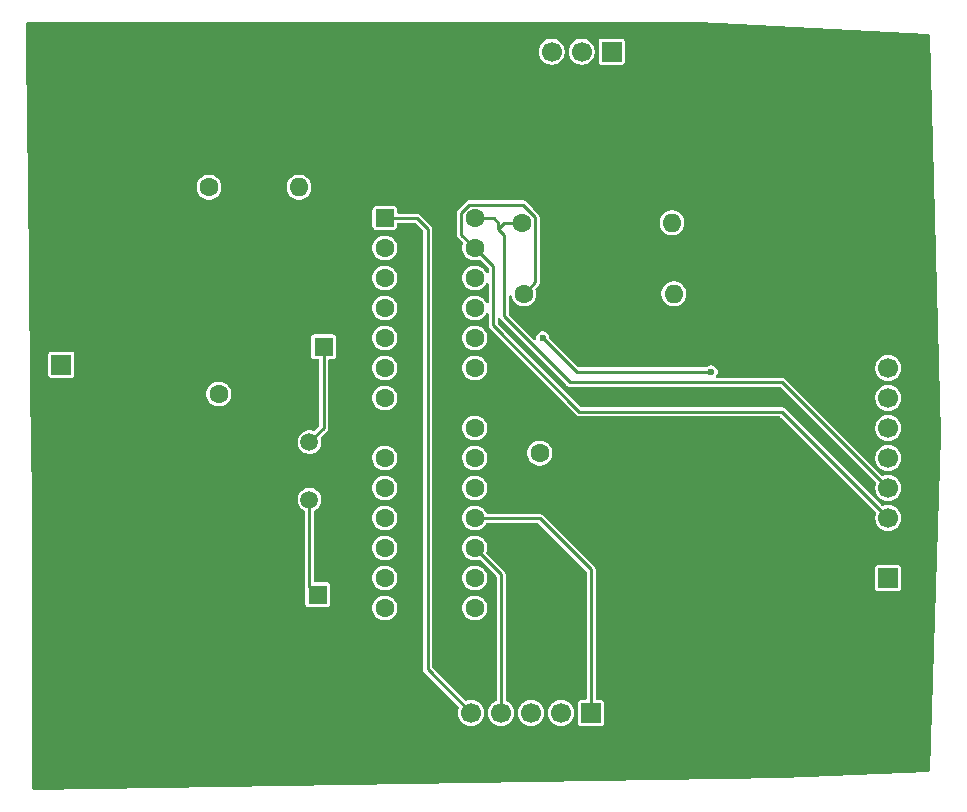
<source format=gbr>
%TF.GenerationSoftware,KiCad,Pcbnew,9.0.1*%
%TF.CreationDate,2025-06-18T06:06:38+01:00*%
%TF.ProjectId,cube_pcb,63756265-5f70-4636-922e-6b696361645f,rev?*%
%TF.SameCoordinates,Original*%
%TF.FileFunction,Copper,L2,Bot*%
%TF.FilePolarity,Positive*%
%FSLAX46Y46*%
G04 Gerber Fmt 4.6, Leading zero omitted, Abs format (unit mm)*
G04 Created by KiCad (PCBNEW 9.0.1) date 2025-06-18 06:06:38*
%MOMM*%
%LPD*%
G01*
G04 APERTURE LIST*
G04 Aperture macros list*
%AMRoundRect*
0 Rectangle with rounded corners*
0 $1 Rounding radius*
0 $2 $3 $4 $5 $6 $7 $8 $9 X,Y pos of 4 corners*
0 Add a 4 corners polygon primitive as box body*
4,1,4,$2,$3,$4,$5,$6,$7,$8,$9,$2,$3,0*
0 Add four circle primitives for the rounded corners*
1,1,$1+$1,$2,$3*
1,1,$1+$1,$4,$5*
1,1,$1+$1,$6,$7*
1,1,$1+$1,$8,$9*
0 Add four rect primitives between the rounded corners*
20,1,$1+$1,$2,$3,$4,$5,0*
20,1,$1+$1,$4,$5,$6,$7,0*
20,1,$1+$1,$6,$7,$8,$9,0*
20,1,$1+$1,$8,$9,$2,$3,0*%
G04 Aperture macros list end*
%TA.AperFunction,ComponentPad*%
%ADD10C,1.600000*%
%TD*%
%TA.AperFunction,ComponentPad*%
%ADD11R,1.600000X1.600000*%
%TD*%
%TA.AperFunction,ComponentPad*%
%ADD12C,1.500000*%
%TD*%
%TA.AperFunction,ComponentPad*%
%ADD13RoundRect,0.250000X-0.550000X-0.550000X0.550000X-0.550000X0.550000X0.550000X-0.550000X0.550000X0*%
%TD*%
%TA.AperFunction,ComponentPad*%
%ADD14O,1.600000X1.600000*%
%TD*%
%TA.AperFunction,ComponentPad*%
%ADD15R,1.700000X1.700000*%
%TD*%
%TA.AperFunction,ComponentPad*%
%ADD16C,1.700000*%
%TD*%
%TA.AperFunction,ViaPad*%
%ADD17C,0.600000*%
%TD*%
%TA.AperFunction,Conductor*%
%ADD18C,0.250000*%
%TD*%
%TA.AperFunction,Conductor*%
%ADD19C,0.500000*%
%TD*%
G04 APERTURE END LIST*
D10*
%TO.P,C1,2*%
%TO.N,/5V*%
X124817621Y-90500000D03*
D11*
%TO.P,C1,1*%
%TO.N,/GND*%
X122317621Y-90500000D03*
%TD*%
D10*
%TO.P,C3,2*%
%TO.N,/GND*%
X131205113Y-86500000D03*
D11*
%TO.P,C3,1*%
%TO.N,Net-(U2-XTAL1{slash}PB6)*%
X133705113Y-86500000D03*
%TD*%
D12*
%TO.P,Y1,1,1*%
%TO.N,Net-(U2-XTAL2{slash}PB7)*%
X132500000Y-99450000D03*
%TO.P,Y1,2,2*%
%TO.N,Net-(U2-XTAL1{slash}PB6)*%
X132500000Y-94570000D03*
%TD*%
D13*
%TO.P,U2,1,~{RESET}/PC6*%
%TO.N,/5 RST*%
X138880000Y-75600000D03*
D10*
%TO.P,U2,2,PD0*%
%TO.N,unconnected-(U2-PD0-Pad2)*%
X138880000Y-78140000D03*
%TO.P,U2,3,PD1*%
%TO.N,unconnected-(U2-PD1-Pad3)*%
X138880000Y-80680000D03*
%TO.P,U2,4,PD2*%
%TO.N,/INT0*%
X138880000Y-83220000D03*
%TO.P,U2,5,PD3*%
%TO.N,unconnected-(U2-PD3-Pad5)*%
X138880000Y-85760000D03*
%TO.P,U2,6,PD4*%
%TO.N,unconnected-(U2-PD4-Pad6)*%
X138880000Y-88300000D03*
%TO.P,U2,7,VCC*%
%TO.N,/5V*%
X138880000Y-90840000D03*
%TO.P,U2,8,GND*%
%TO.N,/GND*%
X138880000Y-93380000D03*
%TO.P,U2,9,XTAL1/PB6*%
%TO.N,Net-(U2-XTAL1{slash}PB6)*%
X138880000Y-95920000D03*
%TO.P,U2,10,XTAL2/PB7*%
%TO.N,Net-(U2-XTAL2{slash}PB7)*%
X138880000Y-98460000D03*
%TO.P,U2,11,PD5*%
%TO.N,unconnected-(U2-PD5-Pad11)*%
X138880000Y-101000000D03*
%TO.P,U2,12,PD6*%
%TO.N,unconnected-(U2-PD6-Pad12)*%
X138880000Y-103540000D03*
%TO.P,U2,13,PD7*%
%TO.N,unconnected-(U2-PD7-Pad13)*%
X138880000Y-106080000D03*
%TO.P,U2,14,PB0*%
%TO.N,unconnected-(U2-PB0-Pad14)*%
X138880000Y-108620000D03*
%TO.P,U2,15,PB1*%
%TO.N,unconnected-(U2-PB1-Pad15)*%
X146500000Y-108620000D03*
%TO.P,U2,16,PB2*%
%TO.N,unconnected-(U2-PB2-Pad16)*%
X146500000Y-106080000D03*
%TO.P,U2,17,PB3*%
%TO.N,/4 MOSI*%
X146500000Y-103540000D03*
%TO.P,U2,18,PB4*%
%TO.N,/1 MISO*%
X146500000Y-101000000D03*
%TO.P,U2,19,PB5*%
%TO.N,/3 SCK*%
X146500000Y-98460000D03*
%TO.P,U2,20,AVCC*%
%TO.N,Net-(U2-AVCC)*%
X146500000Y-95920000D03*
%TO.P,U2,21,AREF*%
%TO.N,unconnected-(U2-AREF-Pad21)*%
X146500000Y-93380000D03*
%TO.P,U2,22,GND*%
%TO.N,/GND*%
X146500000Y-90840000D03*
%TO.P,U2,23,PC0*%
%TO.N,unconnected-(U2-PC0-Pad23)*%
X146500000Y-88300000D03*
%TO.P,U2,24,PC1*%
%TO.N,unconnected-(U2-PC1-Pad24)*%
X146500000Y-85760000D03*
%TO.P,U2,25,PC2*%
%TO.N,unconnected-(U2-PC2-Pad25)*%
X146500000Y-83220000D03*
%TO.P,U2,26,PC3*%
%TO.N,unconnected-(U2-PC3-Pad26)*%
X146500000Y-80680000D03*
%TO.P,U2,27,PC4*%
%TO.N,/SDA*%
X146500000Y-78140000D03*
%TO.P,U2,28,PC5*%
%TO.N,/SCL*%
X146500000Y-75600000D03*
%TD*%
%TO.P,R3,1*%
%TO.N,/SCL*%
X150500000Y-76000000D03*
D14*
%TO.P,R3,2*%
%TO.N,/5V*%
X163200000Y-76000000D03*
%TD*%
D10*
%TO.P,R2,1*%
%TO.N,/SDA*%
X150650000Y-82000000D03*
D14*
%TO.P,R2,2*%
%TO.N,/5V*%
X163350000Y-82000000D03*
%TD*%
D10*
%TO.P,R1,1*%
%TO.N,/5V*%
X124000000Y-73000000D03*
D14*
%TO.P,R1,2*%
%TO.N,/5 RST*%
X131620000Y-73000000D03*
%TD*%
D15*
%TO.P,J4,1,Pin_1*%
%TO.N,/5V*%
X111500000Y-88000000D03*
D16*
%TO.P,J4,2,Pin_2*%
%TO.N,/GND*%
X111500000Y-85460000D03*
%TD*%
D15*
%TO.P,J3,1,Pin_1*%
%TO.N,/5V*%
X181500000Y-106080000D03*
D16*
%TO.P,J3,2,Pin_2*%
%TO.N,/GND*%
X181500000Y-103540000D03*
%TO.P,J3,3,Pin_3*%
%TO.N,/SDA*%
X181500000Y-101000000D03*
%TO.P,J3,4,Pin_4*%
%TO.N,/SCL*%
X181500000Y-98460000D03*
%TO.P,J3,5,Pin_5*%
%TO.N,unconnected-(J3-Pin_5-Pad5)*%
X181500000Y-95920000D03*
%TO.P,J3,6,Pin_6*%
%TO.N,unconnected-(J3-Pin_6-Pad6)*%
X181500000Y-93380000D03*
%TO.P,J3,7,Pin_7*%
%TO.N,unconnected-(J3-Pin_7-Pad7)*%
X181500000Y-90840000D03*
%TO.P,J3,8,Pin_8*%
%TO.N,/INT0*%
X181500000Y-88300000D03*
%TD*%
D15*
%TO.P,J2,1,Pin_1*%
%TO.N,/1 MISO*%
X156350000Y-117500000D03*
D16*
%TO.P,J2,2,Pin_2*%
%TO.N,/5V*%
X153810000Y-117500000D03*
%TO.P,J2,3,Pin_3*%
%TO.N,/3 SCK*%
X151270000Y-117500000D03*
%TO.P,J2,4,Pin_4*%
%TO.N,/4 MOSI*%
X148730000Y-117500000D03*
%TO.P,J2,5,Pin_5*%
%TO.N,/5 RST*%
X146190000Y-117500000D03*
%TO.P,J2,6,Pin_6*%
%TO.N,/GND*%
X143650000Y-117500000D03*
%TD*%
D15*
%TO.P,J1,1,Pin_1*%
%TO.N,/SDA*%
X158080000Y-61500000D03*
D16*
%TO.P,J1,2,Pin_2*%
%TO.N,/SCL*%
X155540000Y-61500000D03*
%TO.P,J1,3,Pin_3*%
%TO.N,/5V*%
X153000000Y-61500000D03*
%TO.P,J1,4,Pin_4*%
%TO.N,/GND*%
X150460000Y-61500000D03*
%TD*%
D11*
%TO.P,C4,1*%
%TO.N,Net-(U2-XTAL2{slash}PB7)*%
X133205113Y-107500000D03*
D10*
%TO.P,C4,2*%
%TO.N,/GND*%
X130705113Y-107500000D03*
%TD*%
D11*
%TO.P,C2,1*%
%TO.N,/GND*%
X154500000Y-95500000D03*
D10*
%TO.P,C2,2*%
%TO.N,Net-(U2-AVCC)*%
X152000000Y-95500000D03*
%TD*%
D17*
%TO.N,/INT0*%
X152250000Y-85750000D03*
X166500000Y-88626000D03*
%TD*%
D18*
%TO.N,/SCL*%
X148500000Y-76500000D02*
X149000000Y-77000000D01*
X149000000Y-77000000D02*
X149000000Y-83925125D01*
X149000000Y-83925125D02*
X154574875Y-89500000D01*
X154574875Y-89500000D02*
X172540000Y-89500000D01*
X172540000Y-89500000D02*
X181500000Y-98460000D01*
D19*
%TO.N,/GND*%
X150460000Y-61500000D02*
X146730000Y-65230000D01*
X146500000Y-90840000D02*
X149840000Y-90840000D01*
X149840000Y-90840000D02*
X154500000Y-95500000D01*
X130705113Y-107500000D02*
X140705113Y-117500000D01*
X140705113Y-117500000D02*
X143650000Y-117500000D01*
D18*
%TO.N,/INT0*%
X166500000Y-88626000D02*
X155126000Y-88626000D01*
X155126000Y-88626000D02*
X152250000Y-85750000D01*
D19*
%TO.N,/GND*%
X154500000Y-95500000D02*
X161500000Y-102500000D01*
X148150000Y-122000000D02*
X160000000Y-122000000D01*
X143650000Y-117500000D02*
X148150000Y-122000000D01*
X160000000Y-122000000D02*
X161500000Y-120500000D01*
X161500000Y-120500000D02*
X161500000Y-102500000D01*
D18*
%TO.N,/5 RST*%
X142500000Y-113810000D02*
X142500000Y-76500000D01*
X146190000Y-117500000D02*
X142500000Y-113810000D01*
X142500000Y-76500000D02*
X141600000Y-75600000D01*
X141600000Y-75600000D02*
X138880000Y-75600000D01*
%TO.N,/4 MOSI*%
X148730000Y-117500000D02*
X148730000Y-105770000D01*
X148730000Y-105770000D02*
X146500000Y-103540000D01*
%TO.N,/1 MISO*%
X156350000Y-117500000D02*
X156350000Y-105350000D01*
X156350000Y-105350000D02*
X152000000Y-101000000D01*
X152000000Y-101000000D02*
X146500000Y-101000000D01*
%TO.N,/SDA*%
X150650000Y-82000000D02*
X151626000Y-81024000D01*
X146033595Y-74474000D02*
X145374000Y-75133595D01*
X151626000Y-81024000D02*
X151626000Y-75533595D01*
X151626000Y-75533595D02*
X150566405Y-74474000D01*
X150566405Y-74474000D02*
X146033595Y-74474000D01*
X145374000Y-75133595D02*
X145374000Y-77014000D01*
X145374000Y-77014000D02*
X146500000Y-78140000D01*
%TO.N,/SCL*%
X148500000Y-76000000D02*
X148500000Y-76500000D01*
X150500000Y-76000000D02*
X149000000Y-76000000D01*
X149000000Y-76000000D02*
X148500000Y-76500000D01*
D19*
%TO.N,/GND*%
X146730000Y-65230000D02*
X145000000Y-66960000D01*
X145000000Y-66960000D02*
X145000000Y-67000000D01*
X145000000Y-67000000D02*
X139000000Y-67000000D01*
X139000000Y-67000000D02*
X135000000Y-71000000D01*
X135000000Y-71000000D02*
X135000000Y-79500000D01*
X135000000Y-79500000D02*
X131205113Y-83294887D01*
X131205113Y-83294887D02*
X131205113Y-86500000D01*
D18*
%TO.N,/SDA*%
X146500000Y-78140000D02*
X148049000Y-79689000D01*
X148049000Y-79689000D02*
X148049000Y-84686810D01*
X148049000Y-84686810D02*
X155362190Y-92000000D01*
X155362190Y-92000000D02*
X172500000Y-92000000D01*
X172500000Y-92000000D02*
X181500000Y-101000000D01*
%TO.N,/SCL*%
X146500000Y-75600000D02*
X148100000Y-75600000D01*
X148100000Y-75600000D02*
X148500000Y-76000000D01*
D19*
%TO.N,/GND*%
X122317621Y-90500000D02*
X122317621Y-99112508D01*
X122317621Y-99112508D02*
X130705113Y-107500000D01*
X122317621Y-90500000D02*
X126317621Y-86500000D01*
X126317621Y-86500000D02*
X131205113Y-86500000D01*
D18*
%TO.N,Net-(U2-XTAL2{slash}PB7)*%
X132500000Y-99450000D02*
X132500000Y-106794887D01*
X132500000Y-106794887D02*
X133205113Y-107500000D01*
%TO.N,Net-(U2-XTAL1{slash}PB6)*%
X133705113Y-86500000D02*
X133705113Y-93364887D01*
X133705113Y-93364887D02*
X132500000Y-94570000D01*
D19*
%TO.N,/GND*%
X161500000Y-102500000D02*
X162540000Y-103540000D01*
X162540000Y-103540000D02*
X181500000Y-103540000D01*
X111500000Y-85460000D02*
X116540000Y-90500000D01*
X116540000Y-90500000D02*
X122317621Y-90500000D01*
%TD*%
%TA.AperFunction,Conductor*%
%TO.N,/GND*%
G36*
X165512929Y-59000663D02*
G01*
X184885770Y-59994142D01*
X184951710Y-60017233D01*
X184994700Y-60072311D01*
X185003362Y-60114333D01*
X185999882Y-93995992D01*
X185999860Y-94003985D01*
X185004033Y-122385044D01*
X184982009Y-122451352D01*
X184927634Y-122495227D01*
X184885065Y-122504597D01*
X172501513Y-122999939D01*
X172498510Y-123000023D01*
X109125953Y-123998016D01*
X109058611Y-123979389D01*
X109012031Y-123927312D01*
X109000000Y-123874031D01*
X109000000Y-100999981D01*
X108982721Y-99548543D01*
X131499499Y-99548543D01*
X131537947Y-99741829D01*
X131537950Y-99741839D01*
X131613364Y-99923907D01*
X131613371Y-99923920D01*
X131722860Y-100087781D01*
X131722863Y-100087785D01*
X131862217Y-100227139D01*
X132016672Y-100330342D01*
X132026086Y-100336632D01*
X132047952Y-100345689D01*
X132102355Y-100389529D01*
X132124421Y-100455823D01*
X132124500Y-100460250D01*
X132124500Y-106844322D01*
X132150090Y-106939825D01*
X132150091Y-106939827D01*
X132150388Y-106940934D01*
X132154613Y-106973028D01*
X132154613Y-108324678D01*
X132169145Y-108397735D01*
X132169146Y-108397739D01*
X132169147Y-108397740D01*
X132224512Y-108480601D01*
X132278292Y-108516535D01*
X132307373Y-108535966D01*
X132307377Y-108535967D01*
X132380434Y-108550499D01*
X132380437Y-108550500D01*
X132380439Y-108550500D01*
X134029789Y-108550500D01*
X134029790Y-108550499D01*
X134102853Y-108535966D01*
X134131942Y-108516530D01*
X137829500Y-108516530D01*
X137829500Y-108723469D01*
X137869868Y-108926412D01*
X137869870Y-108926420D01*
X137949058Y-109117596D01*
X138064024Y-109289657D01*
X138210342Y-109435975D01*
X138210345Y-109435977D01*
X138382402Y-109550941D01*
X138573580Y-109630130D01*
X138776530Y-109670499D01*
X138776534Y-109670500D01*
X138776535Y-109670500D01*
X138983466Y-109670500D01*
X138983467Y-109670499D01*
X139186420Y-109630130D01*
X139377598Y-109550941D01*
X139549655Y-109435977D01*
X139695977Y-109289655D01*
X139810941Y-109117598D01*
X139890130Y-108926420D01*
X139930500Y-108723465D01*
X139930500Y-108516535D01*
X139890130Y-108313580D01*
X139810941Y-108122402D01*
X139695977Y-107950345D01*
X139695975Y-107950342D01*
X139549657Y-107804024D01*
X139463626Y-107746541D01*
X139377598Y-107689059D01*
X139186420Y-107609870D01*
X139186412Y-107609868D01*
X138983469Y-107569500D01*
X138983465Y-107569500D01*
X138776535Y-107569500D01*
X138776530Y-107569500D01*
X138573587Y-107609868D01*
X138573579Y-107609870D01*
X138382403Y-107689058D01*
X138210342Y-107804024D01*
X138064024Y-107950342D01*
X137949058Y-108122403D01*
X137869870Y-108313579D01*
X137869868Y-108313587D01*
X137829500Y-108516530D01*
X134131942Y-108516530D01*
X134185714Y-108480601D01*
X134241079Y-108397740D01*
X134255613Y-108324674D01*
X134255613Y-106675326D01*
X134255613Y-106675323D01*
X134255612Y-106675321D01*
X134241080Y-106602264D01*
X134241079Y-106602260D01*
X134185714Y-106519399D01*
X134102853Y-106464034D01*
X134102852Y-106464033D01*
X134102848Y-106464032D01*
X134029790Y-106449500D01*
X134029787Y-106449500D01*
X132999500Y-106449500D01*
X132932461Y-106429815D01*
X132886706Y-106377011D01*
X132875500Y-106325500D01*
X132875500Y-105976530D01*
X137829500Y-105976530D01*
X137829500Y-106183469D01*
X137869868Y-106386412D01*
X137869870Y-106386420D01*
X137949058Y-106577596D01*
X138064024Y-106749657D01*
X138210342Y-106895975D01*
X138210345Y-106895977D01*
X138382402Y-107010941D01*
X138573580Y-107090130D01*
X138776530Y-107130499D01*
X138776534Y-107130500D01*
X138776535Y-107130500D01*
X138983466Y-107130500D01*
X138983467Y-107130499D01*
X139186420Y-107090130D01*
X139377598Y-107010941D01*
X139549655Y-106895977D01*
X139695977Y-106749655D01*
X139810941Y-106577598D01*
X139890130Y-106386420D01*
X139930500Y-106183465D01*
X139930500Y-105976535D01*
X139890130Y-105773580D01*
X139810941Y-105582402D01*
X139695977Y-105410345D01*
X139695975Y-105410342D01*
X139549657Y-105264024D01*
X139461801Y-105205321D01*
X139377598Y-105149059D01*
X139186420Y-105069870D01*
X139186412Y-105069868D01*
X138983469Y-105029500D01*
X138983465Y-105029500D01*
X138776535Y-105029500D01*
X138776530Y-105029500D01*
X138573587Y-105069868D01*
X138573579Y-105069870D01*
X138382403Y-105149058D01*
X138210342Y-105264024D01*
X138064024Y-105410342D01*
X137949058Y-105582403D01*
X137869870Y-105773579D01*
X137869868Y-105773587D01*
X137829500Y-105976530D01*
X132875500Y-105976530D01*
X132875500Y-103436530D01*
X137829500Y-103436530D01*
X137829500Y-103643469D01*
X137869868Y-103846412D01*
X137869870Y-103846420D01*
X137949058Y-104037596D01*
X138064024Y-104209657D01*
X138210342Y-104355975D01*
X138210345Y-104355977D01*
X138382402Y-104470941D01*
X138573580Y-104550130D01*
X138776530Y-104590499D01*
X138776534Y-104590500D01*
X138776535Y-104590500D01*
X138983466Y-104590500D01*
X138983467Y-104590499D01*
X139186420Y-104550130D01*
X139377598Y-104470941D01*
X139549655Y-104355977D01*
X139695977Y-104209655D01*
X139810941Y-104037598D01*
X139890130Y-103846420D01*
X139930500Y-103643465D01*
X139930500Y-103436535D01*
X139890130Y-103233580D01*
X139810941Y-103042402D01*
X139695977Y-102870345D01*
X139695975Y-102870342D01*
X139549657Y-102724024D01*
X139463626Y-102666541D01*
X139377598Y-102609059D01*
X139186420Y-102529870D01*
X139186412Y-102529868D01*
X138983469Y-102489500D01*
X138983465Y-102489500D01*
X138776535Y-102489500D01*
X138776530Y-102489500D01*
X138573587Y-102529868D01*
X138573579Y-102529870D01*
X138382403Y-102609058D01*
X138210342Y-102724024D01*
X138064024Y-102870342D01*
X137949058Y-103042403D01*
X137869870Y-103233579D01*
X137869868Y-103233587D01*
X137829500Y-103436530D01*
X132875500Y-103436530D01*
X132875500Y-100896530D01*
X137829500Y-100896530D01*
X137829500Y-101103469D01*
X137869868Y-101306412D01*
X137869870Y-101306420D01*
X137949058Y-101497596D01*
X138064024Y-101669657D01*
X138210342Y-101815975D01*
X138210345Y-101815977D01*
X138382402Y-101930941D01*
X138573580Y-102010130D01*
X138776530Y-102050499D01*
X138776534Y-102050500D01*
X138776535Y-102050500D01*
X138983466Y-102050500D01*
X138983467Y-102050499D01*
X139186420Y-102010130D01*
X139377598Y-101930941D01*
X139549655Y-101815977D01*
X139695977Y-101669655D01*
X139810941Y-101497598D01*
X139890130Y-101306420D01*
X139930500Y-101103465D01*
X139930500Y-100896535D01*
X139890130Y-100693580D01*
X139810941Y-100502402D01*
X139695977Y-100330345D01*
X139695975Y-100330342D01*
X139549657Y-100184024D01*
X139463626Y-100126541D01*
X139377598Y-100069059D01*
X139352753Y-100058768D01*
X139186420Y-99989870D01*
X139186412Y-99989868D01*
X138983469Y-99949500D01*
X138983465Y-99949500D01*
X138776535Y-99949500D01*
X138776530Y-99949500D01*
X138573587Y-99989868D01*
X138573579Y-99989870D01*
X138382403Y-100069058D01*
X138210342Y-100184024D01*
X138064024Y-100330342D01*
X137949058Y-100502403D01*
X137869870Y-100693579D01*
X137869868Y-100693587D01*
X137829500Y-100896530D01*
X132875500Y-100896530D01*
X132875500Y-100460250D01*
X132895185Y-100393211D01*
X132947989Y-100347456D01*
X132952016Y-100345702D01*
X132973914Y-100336632D01*
X133137782Y-100227139D01*
X133277139Y-100087782D01*
X133386632Y-99923914D01*
X133462051Y-99741835D01*
X133474632Y-99678582D01*
X133500500Y-99548543D01*
X133500500Y-99351456D01*
X133462052Y-99158170D01*
X133462051Y-99158169D01*
X133462051Y-99158165D01*
X133450242Y-99129655D01*
X133386635Y-98976092D01*
X133386628Y-98976079D01*
X133277139Y-98812218D01*
X133277136Y-98812214D01*
X133137785Y-98672863D01*
X133137781Y-98672860D01*
X132973920Y-98563371D01*
X132973907Y-98563364D01*
X132791839Y-98487950D01*
X132791827Y-98487947D01*
X132711959Y-98472060D01*
X132711958Y-98472060D01*
X132598543Y-98449500D01*
X132598541Y-98449500D01*
X132401459Y-98449500D01*
X132401457Y-98449500D01*
X132208170Y-98487947D01*
X132208160Y-98487950D01*
X132026092Y-98563364D01*
X132026079Y-98563371D01*
X131862218Y-98672860D01*
X131862214Y-98672863D01*
X131722863Y-98812214D01*
X131722860Y-98812218D01*
X131613371Y-98976079D01*
X131613364Y-98976092D01*
X131537950Y-99158160D01*
X131537947Y-99158170D01*
X131499500Y-99351456D01*
X131499500Y-99351459D01*
X131499500Y-99548541D01*
X131499500Y-99548543D01*
X131499499Y-99548543D01*
X108982721Y-99548543D01*
X108980320Y-99346843D01*
X108968531Y-98356530D01*
X137829500Y-98356530D01*
X137829500Y-98563469D01*
X137869868Y-98766412D01*
X137869870Y-98766420D01*
X137949058Y-98957596D01*
X138064024Y-99129657D01*
X138210342Y-99275975D01*
X138210345Y-99275977D01*
X138382402Y-99390941D01*
X138573580Y-99470130D01*
X138776530Y-99510499D01*
X138776534Y-99510500D01*
X138776535Y-99510500D01*
X138983466Y-99510500D01*
X138983467Y-99510499D01*
X139186420Y-99470130D01*
X139377598Y-99390941D01*
X139549655Y-99275977D01*
X139695977Y-99129655D01*
X139810941Y-98957598D01*
X139890130Y-98766420D01*
X139930500Y-98563465D01*
X139930500Y-98356535D01*
X139890130Y-98153580D01*
X139810941Y-97962402D01*
X139695977Y-97790345D01*
X139695975Y-97790342D01*
X139549657Y-97644024D01*
X139463626Y-97586541D01*
X139377598Y-97529059D01*
X139352753Y-97518768D01*
X139186420Y-97449870D01*
X139186412Y-97449868D01*
X138983469Y-97409500D01*
X138983465Y-97409500D01*
X138776535Y-97409500D01*
X138776530Y-97409500D01*
X138573587Y-97449868D01*
X138573579Y-97449870D01*
X138382403Y-97529058D01*
X138210342Y-97644024D01*
X138064024Y-97790342D01*
X137949058Y-97962403D01*
X137869870Y-98153579D01*
X137869868Y-98153587D01*
X137829500Y-98356530D01*
X108968531Y-98356530D01*
X108938293Y-95816530D01*
X137829500Y-95816530D01*
X137829500Y-96023469D01*
X137858579Y-96169657D01*
X137869870Y-96226420D01*
X137949059Y-96417598D01*
X138001972Y-96496788D01*
X138064024Y-96589657D01*
X138210342Y-96735975D01*
X138210345Y-96735977D01*
X138382402Y-96850941D01*
X138573580Y-96930130D01*
X138776530Y-96970499D01*
X138776534Y-96970500D01*
X138776535Y-96970500D01*
X138983466Y-96970500D01*
X138983467Y-96970499D01*
X139186420Y-96930130D01*
X139377598Y-96850941D01*
X139549655Y-96735977D01*
X139695977Y-96589655D01*
X139810941Y-96417598D01*
X139890130Y-96226420D01*
X139930500Y-96023465D01*
X139930500Y-95816535D01*
X139890130Y-95613580D01*
X139810941Y-95422402D01*
X139695977Y-95250345D01*
X139695975Y-95250342D01*
X139549657Y-95104024D01*
X139459684Y-95043907D01*
X139377598Y-94989059D01*
X139352753Y-94978768D01*
X139186420Y-94909870D01*
X139186412Y-94909868D01*
X138983469Y-94869500D01*
X138983465Y-94869500D01*
X138776535Y-94869500D01*
X138776530Y-94869500D01*
X138573587Y-94909868D01*
X138573579Y-94909870D01*
X138382403Y-94989058D01*
X138210342Y-95104024D01*
X138064024Y-95250342D01*
X137949058Y-95422403D01*
X137869870Y-95613579D01*
X137869868Y-95613587D01*
X137829500Y-95816530D01*
X108938293Y-95816530D01*
X108938238Y-95811919D01*
X108924626Y-94668543D01*
X131499499Y-94668543D01*
X131537947Y-94861829D01*
X131537950Y-94861839D01*
X131613364Y-95043907D01*
X131613371Y-95043920D01*
X131722860Y-95207781D01*
X131722863Y-95207785D01*
X131862214Y-95347136D01*
X131862218Y-95347139D01*
X132026079Y-95456628D01*
X132026092Y-95456635D01*
X132208160Y-95532049D01*
X132208165Y-95532051D01*
X132208169Y-95532051D01*
X132208170Y-95532052D01*
X132401456Y-95570500D01*
X132401459Y-95570500D01*
X132598543Y-95570500D01*
X132728582Y-95544632D01*
X132791835Y-95532051D01*
X132973914Y-95456632D01*
X133137782Y-95347139D01*
X133277139Y-95207782D01*
X133386632Y-95043914D01*
X133462051Y-94861835D01*
X133474632Y-94798582D01*
X133500500Y-94668543D01*
X133500500Y-94471456D01*
X133462052Y-94278170D01*
X133462051Y-94278169D01*
X133462051Y-94278165D01*
X133452992Y-94256296D01*
X133445523Y-94186830D01*
X133476796Y-94124350D01*
X133479841Y-94121194D01*
X134005587Y-93595450D01*
X134005588Y-93595449D01*
X134055023Y-93509825D01*
X134080613Y-93414322D01*
X134080613Y-90736530D01*
X137829500Y-90736530D01*
X137829500Y-90943469D01*
X137869868Y-91146412D01*
X137869870Y-91146420D01*
X137949058Y-91337596D01*
X138064024Y-91509657D01*
X138210342Y-91655975D01*
X138210345Y-91655977D01*
X138382402Y-91770941D01*
X138573580Y-91850130D01*
X138776530Y-91890499D01*
X138776534Y-91890500D01*
X138776535Y-91890500D01*
X138983466Y-91890500D01*
X138983467Y-91890499D01*
X139186420Y-91850130D01*
X139377598Y-91770941D01*
X139549655Y-91655977D01*
X139695977Y-91509655D01*
X139810941Y-91337598D01*
X139890130Y-91146420D01*
X139930500Y-90943465D01*
X139930500Y-90736535D01*
X139890130Y-90533580D01*
X139810941Y-90342402D01*
X139695977Y-90170345D01*
X139695975Y-90170342D01*
X139549657Y-90024024D01*
X139463626Y-89966541D01*
X139377598Y-89909059D01*
X139352753Y-89898768D01*
X139186420Y-89829870D01*
X139186412Y-89829868D01*
X138983469Y-89789500D01*
X138983465Y-89789500D01*
X138776535Y-89789500D01*
X138776530Y-89789500D01*
X138573587Y-89829868D01*
X138573579Y-89829870D01*
X138382403Y-89909058D01*
X138210342Y-90024024D01*
X138064024Y-90170342D01*
X137949058Y-90342403D01*
X137869870Y-90533579D01*
X137869868Y-90533587D01*
X137829500Y-90736530D01*
X134080613Y-90736530D01*
X134080613Y-88196530D01*
X137829500Y-88196530D01*
X137829500Y-88403469D01*
X137869868Y-88606412D01*
X137869870Y-88606420D01*
X137949058Y-88797596D01*
X138064024Y-88969657D01*
X138210342Y-89115975D01*
X138210345Y-89115977D01*
X138382402Y-89230941D01*
X138573580Y-89310130D01*
X138776530Y-89350499D01*
X138776534Y-89350500D01*
X138776535Y-89350500D01*
X138983466Y-89350500D01*
X138983467Y-89350499D01*
X139186420Y-89310130D01*
X139377598Y-89230941D01*
X139549655Y-89115977D01*
X139695977Y-88969655D01*
X139810941Y-88797598D01*
X139890130Y-88606420D01*
X139930500Y-88403465D01*
X139930500Y-88196535D01*
X139890130Y-87993580D01*
X139810941Y-87802402D01*
X139695977Y-87630345D01*
X139695975Y-87630342D01*
X139549657Y-87484024D01*
X139420515Y-87397735D01*
X139377598Y-87369059D01*
X139352753Y-87358768D01*
X139186420Y-87289870D01*
X139186412Y-87289868D01*
X138983469Y-87249500D01*
X138983465Y-87249500D01*
X138776535Y-87249500D01*
X138776530Y-87249500D01*
X138573587Y-87289868D01*
X138573579Y-87289870D01*
X138382403Y-87369058D01*
X138210342Y-87484024D01*
X138064024Y-87630342D01*
X137949058Y-87802403D01*
X137869870Y-87993579D01*
X137869868Y-87993587D01*
X137829500Y-88196530D01*
X134080613Y-88196530D01*
X134080613Y-87674500D01*
X134100298Y-87607461D01*
X134153102Y-87561706D01*
X134204613Y-87550500D01*
X134529789Y-87550500D01*
X134529790Y-87550499D01*
X134602853Y-87535966D01*
X134685714Y-87480601D01*
X134741079Y-87397740D01*
X134755613Y-87324674D01*
X134755613Y-85675326D01*
X134755613Y-85675323D01*
X134755476Y-85674635D01*
X134755476Y-85674634D01*
X134751875Y-85656530D01*
X137829500Y-85656530D01*
X137829500Y-85863469D01*
X137869868Y-86066412D01*
X137869870Y-86066420D01*
X137949058Y-86257596D01*
X138064024Y-86429657D01*
X138210342Y-86575975D01*
X138210345Y-86575977D01*
X138382402Y-86690941D01*
X138573580Y-86770130D01*
X138776530Y-86810499D01*
X138776534Y-86810500D01*
X138776535Y-86810500D01*
X138983466Y-86810500D01*
X138983467Y-86810499D01*
X139186420Y-86770130D01*
X139377598Y-86690941D01*
X139549655Y-86575977D01*
X139695977Y-86429655D01*
X139810941Y-86257598D01*
X139890130Y-86066420D01*
X139930500Y-85863465D01*
X139930500Y-85656535D01*
X139890130Y-85453580D01*
X139810941Y-85262402D01*
X139695977Y-85090345D01*
X139695975Y-85090342D01*
X139549657Y-84944024D01*
X139381625Y-84831750D01*
X139377598Y-84829059D01*
X139186420Y-84749870D01*
X139186412Y-84749868D01*
X138983469Y-84709500D01*
X138983465Y-84709500D01*
X138776535Y-84709500D01*
X138776530Y-84709500D01*
X138573587Y-84749868D01*
X138573579Y-84749870D01*
X138382403Y-84829058D01*
X138210342Y-84944024D01*
X138064024Y-85090342D01*
X137949058Y-85262403D01*
X137869870Y-85453579D01*
X137869868Y-85453587D01*
X137829500Y-85656530D01*
X134751875Y-85656530D01*
X134741080Y-85602264D01*
X134741079Y-85602260D01*
X134685714Y-85519399D01*
X134602853Y-85464034D01*
X134602852Y-85464033D01*
X134602848Y-85464032D01*
X134529790Y-85449500D01*
X134529787Y-85449500D01*
X132880439Y-85449500D01*
X132880436Y-85449500D01*
X132807377Y-85464032D01*
X132807373Y-85464033D01*
X132724512Y-85519399D01*
X132669146Y-85602260D01*
X132669145Y-85602264D01*
X132654613Y-85675321D01*
X132654613Y-87324678D01*
X132669145Y-87397735D01*
X132669146Y-87397739D01*
X132669147Y-87397740D01*
X132724512Y-87480601D01*
X132807373Y-87535966D01*
X132807377Y-87535967D01*
X132880434Y-87550499D01*
X132880437Y-87550500D01*
X132880439Y-87550500D01*
X133205613Y-87550500D01*
X133272652Y-87570185D01*
X133318407Y-87622989D01*
X133329613Y-87674500D01*
X133329613Y-93157987D01*
X133309928Y-93225026D01*
X133293294Y-93245668D01*
X132948835Y-93590126D01*
X132887512Y-93623611D01*
X132817820Y-93618627D01*
X132813704Y-93617007D01*
X132791836Y-93607949D01*
X132791828Y-93607947D01*
X132598543Y-93569500D01*
X132598541Y-93569500D01*
X132401459Y-93569500D01*
X132401457Y-93569500D01*
X132208170Y-93607947D01*
X132208160Y-93607950D01*
X132026092Y-93683364D01*
X132026079Y-93683371D01*
X131862218Y-93792860D01*
X131862214Y-93792863D01*
X131722863Y-93932214D01*
X131722860Y-93932218D01*
X131613371Y-94096079D01*
X131613364Y-94096092D01*
X131537950Y-94278160D01*
X131537947Y-94278170D01*
X131499500Y-94471456D01*
X131499500Y-94471459D01*
X131499500Y-94668541D01*
X131499500Y-94668543D01*
X131499499Y-94668543D01*
X108924626Y-94668543D01*
X108922225Y-94466843D01*
X108873769Y-90396530D01*
X123767121Y-90396530D01*
X123767121Y-90603469D01*
X123807489Y-90806412D01*
X123807491Y-90806420D01*
X123886679Y-90997596D01*
X124001645Y-91169657D01*
X124147963Y-91315975D01*
X124147966Y-91315977D01*
X124320023Y-91430941D01*
X124511201Y-91510130D01*
X124714151Y-91550499D01*
X124714155Y-91550500D01*
X124714156Y-91550500D01*
X124921087Y-91550500D01*
X124921088Y-91550499D01*
X125124041Y-91510130D01*
X125315219Y-91430941D01*
X125487276Y-91315977D01*
X125633598Y-91169655D01*
X125748562Y-90997598D01*
X125827751Y-90806420D01*
X125868121Y-90603465D01*
X125868121Y-90396535D01*
X125827751Y-90193580D01*
X125748562Y-90002402D01*
X125633598Y-89830345D01*
X125633596Y-89830342D01*
X125487278Y-89684024D01*
X125401247Y-89626541D01*
X125315219Y-89569059D01*
X125124041Y-89489870D01*
X125124033Y-89489868D01*
X124921090Y-89449500D01*
X124921086Y-89449500D01*
X124714156Y-89449500D01*
X124714151Y-89449500D01*
X124511208Y-89489868D01*
X124511200Y-89489870D01*
X124320024Y-89569058D01*
X124147963Y-89684024D01*
X124001645Y-89830342D01*
X123886679Y-90002403D01*
X123807491Y-90193579D01*
X123807489Y-90193587D01*
X123767121Y-90396530D01*
X108873769Y-90396530D01*
X108873714Y-90391919D01*
X108834826Y-87125321D01*
X110399500Y-87125321D01*
X110399500Y-88874678D01*
X110414032Y-88947735D01*
X110414033Y-88947739D01*
X110423776Y-88962320D01*
X110469399Y-89030601D01*
X110545880Y-89081703D01*
X110552260Y-89085966D01*
X110552264Y-89085967D01*
X110625321Y-89100499D01*
X110625324Y-89100500D01*
X110625326Y-89100500D01*
X112374676Y-89100500D01*
X112374677Y-89100499D01*
X112447740Y-89085966D01*
X112530601Y-89030601D01*
X112585966Y-88947740D01*
X112600500Y-88874674D01*
X112600500Y-87125326D01*
X112600500Y-87125323D01*
X112600499Y-87125321D01*
X112585967Y-87052264D01*
X112585966Y-87052260D01*
X112530601Y-86969399D01*
X112447740Y-86914034D01*
X112447739Y-86914033D01*
X112447735Y-86914032D01*
X112374677Y-86899500D01*
X112374674Y-86899500D01*
X110625326Y-86899500D01*
X110625323Y-86899500D01*
X110552264Y-86914032D01*
X110552260Y-86914033D01*
X110469399Y-86969399D01*
X110414033Y-87052260D01*
X110414032Y-87052264D01*
X110399500Y-87125321D01*
X108834826Y-87125321D01*
X108834771Y-87120710D01*
X108787102Y-83116530D01*
X137829500Y-83116530D01*
X137829500Y-83323469D01*
X137869868Y-83526412D01*
X137869870Y-83526420D01*
X137949058Y-83717596D01*
X138064024Y-83889657D01*
X138210342Y-84035975D01*
X138210345Y-84035977D01*
X138382402Y-84150941D01*
X138573580Y-84230130D01*
X138776530Y-84270499D01*
X138776534Y-84270500D01*
X138776535Y-84270500D01*
X138983466Y-84270500D01*
X138983467Y-84270499D01*
X139186420Y-84230130D01*
X139377598Y-84150941D01*
X139549655Y-84035977D01*
X139695977Y-83889655D01*
X139810941Y-83717598D01*
X139890130Y-83526420D01*
X139930500Y-83323465D01*
X139930500Y-83116535D01*
X139890130Y-82913580D01*
X139810941Y-82722402D01*
X139695977Y-82550345D01*
X139695975Y-82550342D01*
X139549657Y-82404024D01*
X139463626Y-82346541D01*
X139377598Y-82289059D01*
X139186420Y-82209870D01*
X139186412Y-82209868D01*
X138983469Y-82169500D01*
X138983465Y-82169500D01*
X138776535Y-82169500D01*
X138776530Y-82169500D01*
X138573587Y-82209868D01*
X138573579Y-82209870D01*
X138382403Y-82289058D01*
X138210342Y-82404024D01*
X138064024Y-82550342D01*
X137949058Y-82722403D01*
X137869870Y-82913579D01*
X137869868Y-82913587D01*
X137829500Y-83116530D01*
X108787102Y-83116530D01*
X108787047Y-83111919D01*
X108756864Y-80576530D01*
X137829500Y-80576530D01*
X137829500Y-80783469D01*
X137869868Y-80986412D01*
X137869870Y-80986420D01*
X137949059Y-81177598D01*
X137960333Y-81194471D01*
X138064024Y-81349657D01*
X138210342Y-81495975D01*
X138210345Y-81495977D01*
X138382402Y-81610941D01*
X138573580Y-81690130D01*
X138776530Y-81730499D01*
X138776534Y-81730500D01*
X138776535Y-81730500D01*
X138983466Y-81730500D01*
X138983467Y-81730499D01*
X139186420Y-81690130D01*
X139377598Y-81610941D01*
X139549655Y-81495977D01*
X139695977Y-81349655D01*
X139810941Y-81177598D01*
X139890130Y-80986420D01*
X139930500Y-80783465D01*
X139930500Y-80576535D01*
X139890130Y-80373580D01*
X139810941Y-80182402D01*
X139695977Y-80010345D01*
X139695975Y-80010342D01*
X139549657Y-79864024D01*
X139463626Y-79806541D01*
X139377598Y-79749059D01*
X139186420Y-79669870D01*
X139186412Y-79669868D01*
X138983469Y-79629500D01*
X138983465Y-79629500D01*
X138776535Y-79629500D01*
X138776530Y-79629500D01*
X138573587Y-79669868D01*
X138573579Y-79669870D01*
X138382403Y-79749058D01*
X138210342Y-79864024D01*
X138064024Y-80010342D01*
X137949058Y-80182403D01*
X137869870Y-80373579D01*
X137869868Y-80373587D01*
X137829500Y-80576530D01*
X108756864Y-80576530D01*
X108726626Y-78036530D01*
X137829500Y-78036530D01*
X137829500Y-78243469D01*
X137869868Y-78446412D01*
X137869870Y-78446420D01*
X137949058Y-78637596D01*
X138064024Y-78809657D01*
X138210342Y-78955975D01*
X138210345Y-78955977D01*
X138382402Y-79070941D01*
X138573580Y-79150130D01*
X138776530Y-79190499D01*
X138776534Y-79190500D01*
X138776535Y-79190500D01*
X138983466Y-79190500D01*
X138983467Y-79190499D01*
X139186420Y-79150130D01*
X139377598Y-79070941D01*
X139549655Y-78955977D01*
X139695977Y-78809655D01*
X139810941Y-78637598D01*
X139890130Y-78446420D01*
X139930500Y-78243465D01*
X139930500Y-78036535D01*
X139890130Y-77833580D01*
X139810941Y-77642402D01*
X139695977Y-77470345D01*
X139695975Y-77470342D01*
X139549657Y-77324024D01*
X139409781Y-77230563D01*
X139377598Y-77209059D01*
X139372383Y-77206899D01*
X139186420Y-77129870D01*
X139186412Y-77129868D01*
X138983469Y-77089500D01*
X138983465Y-77089500D01*
X138776535Y-77089500D01*
X138776530Y-77089500D01*
X138573587Y-77129868D01*
X138573579Y-77129870D01*
X138382403Y-77209058D01*
X138210342Y-77324024D01*
X138064024Y-77470342D01*
X137949058Y-77642403D01*
X137869870Y-77833579D01*
X137869868Y-77833587D01*
X137829500Y-78036530D01*
X108726626Y-78036530D01*
X108726571Y-78031919D01*
X108690502Y-75002135D01*
X137829500Y-75002135D01*
X137829500Y-76197870D01*
X137829501Y-76197876D01*
X137835908Y-76257483D01*
X137886202Y-76392328D01*
X137886206Y-76392335D01*
X137972452Y-76507544D01*
X137972455Y-76507547D01*
X138087664Y-76593793D01*
X138087671Y-76593797D01*
X138222517Y-76644091D01*
X138222516Y-76644091D01*
X138229444Y-76644835D01*
X138282127Y-76650500D01*
X139477872Y-76650499D01*
X139537483Y-76644091D01*
X139672331Y-76593796D01*
X139787546Y-76507546D01*
X139873796Y-76392331D01*
X139924091Y-76257483D01*
X139930500Y-76197873D01*
X139930500Y-76099500D01*
X139950185Y-76032461D01*
X140002989Y-75986706D01*
X140054500Y-75975500D01*
X141393101Y-75975500D01*
X141460140Y-75995185D01*
X141480782Y-76011819D01*
X142088181Y-76619218D01*
X142121666Y-76680541D01*
X142124500Y-76706899D01*
X142124500Y-113859435D01*
X142150090Y-113954938D01*
X142150091Y-113954939D01*
X142150091Y-113954940D01*
X142199526Y-114040563D01*
X145132677Y-116973714D01*
X145166162Y-117035037D01*
X145162927Y-117099713D01*
X145116597Y-117242301D01*
X145089500Y-117413389D01*
X145089500Y-117586611D01*
X145116598Y-117757701D01*
X145170127Y-117922445D01*
X145248768Y-118076788D01*
X145350586Y-118216928D01*
X145473072Y-118339414D01*
X145613212Y-118441232D01*
X145767555Y-118519873D01*
X145932299Y-118573402D01*
X146103389Y-118600500D01*
X146103390Y-118600500D01*
X146276610Y-118600500D01*
X146276611Y-118600500D01*
X146447701Y-118573402D01*
X146612445Y-118519873D01*
X146766788Y-118441232D01*
X146906928Y-118339414D01*
X147029414Y-118216928D01*
X147131232Y-118076788D01*
X147209873Y-117922445D01*
X147263402Y-117757701D01*
X147290500Y-117586611D01*
X147290500Y-117413389D01*
X147263402Y-117242299D01*
X147209873Y-117077555D01*
X147131232Y-116923212D01*
X147029414Y-116783072D01*
X146906928Y-116660586D01*
X146766788Y-116558768D01*
X146612445Y-116480127D01*
X146447701Y-116426598D01*
X146447699Y-116426597D01*
X146447698Y-116426597D01*
X146316271Y-116405781D01*
X146276611Y-116399500D01*
X146103389Y-116399500D01*
X146071192Y-116404599D01*
X145932301Y-116426597D01*
X145789713Y-116472927D01*
X145719872Y-116474922D01*
X145663714Y-116442677D01*
X142911819Y-113690782D01*
X142878334Y-113629459D01*
X142875500Y-113603101D01*
X142875500Y-108516530D01*
X145449500Y-108516530D01*
X145449500Y-108723469D01*
X145489868Y-108926412D01*
X145489870Y-108926420D01*
X145569058Y-109117596D01*
X145684024Y-109289657D01*
X145830342Y-109435975D01*
X145830345Y-109435977D01*
X146002402Y-109550941D01*
X146193580Y-109630130D01*
X146396530Y-109670499D01*
X146396534Y-109670500D01*
X146396535Y-109670500D01*
X146603466Y-109670500D01*
X146603467Y-109670499D01*
X146806420Y-109630130D01*
X146997598Y-109550941D01*
X147169655Y-109435977D01*
X147315977Y-109289655D01*
X147430941Y-109117598D01*
X147510130Y-108926420D01*
X147550500Y-108723465D01*
X147550500Y-108516535D01*
X147510130Y-108313580D01*
X147430941Y-108122402D01*
X147315977Y-107950345D01*
X147315975Y-107950342D01*
X147169657Y-107804024D01*
X147083626Y-107746541D01*
X146997598Y-107689059D01*
X146806420Y-107609870D01*
X146806412Y-107609868D01*
X146603469Y-107569500D01*
X146603465Y-107569500D01*
X146396535Y-107569500D01*
X146396530Y-107569500D01*
X146193587Y-107609868D01*
X146193579Y-107609870D01*
X146002403Y-107689058D01*
X145830342Y-107804024D01*
X145684024Y-107950342D01*
X145569058Y-108122403D01*
X145489870Y-108313579D01*
X145489868Y-108313587D01*
X145449500Y-108516530D01*
X142875500Y-108516530D01*
X142875500Y-105976530D01*
X145449500Y-105976530D01*
X145449500Y-106183469D01*
X145489868Y-106386412D01*
X145489870Y-106386420D01*
X145569058Y-106577596D01*
X145684024Y-106749657D01*
X145830342Y-106895975D01*
X145830345Y-106895977D01*
X146002402Y-107010941D01*
X146193580Y-107090130D01*
X146396530Y-107130499D01*
X146396534Y-107130500D01*
X146396535Y-107130500D01*
X146603466Y-107130500D01*
X146603467Y-107130499D01*
X146806420Y-107090130D01*
X146997598Y-107010941D01*
X147169655Y-106895977D01*
X147315977Y-106749655D01*
X147430941Y-106577598D01*
X147510130Y-106386420D01*
X147550500Y-106183465D01*
X147550500Y-105976535D01*
X147510130Y-105773580D01*
X147430941Y-105582402D01*
X147315977Y-105410345D01*
X147315975Y-105410342D01*
X147169657Y-105264024D01*
X147081801Y-105205321D01*
X146997598Y-105149059D01*
X146806420Y-105069870D01*
X146806412Y-105069868D01*
X146603469Y-105029500D01*
X146603465Y-105029500D01*
X146396535Y-105029500D01*
X146396530Y-105029500D01*
X146193587Y-105069868D01*
X146193579Y-105069870D01*
X146002403Y-105149058D01*
X145830342Y-105264024D01*
X145684024Y-105410342D01*
X145569058Y-105582403D01*
X145489870Y-105773579D01*
X145489868Y-105773587D01*
X145449500Y-105976530D01*
X142875500Y-105976530D01*
X142875500Y-103436530D01*
X145449500Y-103436530D01*
X145449500Y-103643469D01*
X145489868Y-103846412D01*
X145489870Y-103846420D01*
X145569058Y-104037596D01*
X145684024Y-104209657D01*
X145830342Y-104355975D01*
X145830345Y-104355977D01*
X146002402Y-104470941D01*
X146193580Y-104550130D01*
X146396530Y-104590499D01*
X146396534Y-104590500D01*
X146396535Y-104590500D01*
X146603466Y-104590500D01*
X146603467Y-104590499D01*
X146806420Y-104550130D01*
X146851972Y-104531261D01*
X146921437Y-104523792D01*
X146983917Y-104555065D01*
X146987104Y-104558141D01*
X148318181Y-105889218D01*
X148351666Y-105950541D01*
X148354500Y-105976899D01*
X148354500Y-116380219D01*
X148334815Y-116447258D01*
X148286795Y-116490704D01*
X148153211Y-116558768D01*
X148073256Y-116616859D01*
X148013072Y-116660586D01*
X148013070Y-116660588D01*
X148013069Y-116660588D01*
X147890588Y-116783069D01*
X147890588Y-116783070D01*
X147890586Y-116783072D01*
X147846859Y-116843256D01*
X147788768Y-116923211D01*
X147710128Y-117077552D01*
X147656597Y-117242302D01*
X147629500Y-117413389D01*
X147629500Y-117586611D01*
X147656598Y-117757701D01*
X147710127Y-117922445D01*
X147788768Y-118076788D01*
X147890586Y-118216928D01*
X148013072Y-118339414D01*
X148153212Y-118441232D01*
X148307555Y-118519873D01*
X148472299Y-118573402D01*
X148643389Y-118600500D01*
X148643390Y-118600500D01*
X148816610Y-118600500D01*
X148816611Y-118600500D01*
X148987701Y-118573402D01*
X149152445Y-118519873D01*
X149306788Y-118441232D01*
X149446928Y-118339414D01*
X149569414Y-118216928D01*
X149671232Y-118076788D01*
X149749873Y-117922445D01*
X149803402Y-117757701D01*
X149830500Y-117586611D01*
X149830500Y-117413389D01*
X150169500Y-117413389D01*
X150169500Y-117586611D01*
X150196598Y-117757701D01*
X150250127Y-117922445D01*
X150328768Y-118076788D01*
X150430586Y-118216928D01*
X150553072Y-118339414D01*
X150693212Y-118441232D01*
X150847555Y-118519873D01*
X151012299Y-118573402D01*
X151183389Y-118600500D01*
X151183390Y-118600500D01*
X151356610Y-118600500D01*
X151356611Y-118600500D01*
X151527701Y-118573402D01*
X151692445Y-118519873D01*
X151846788Y-118441232D01*
X151986928Y-118339414D01*
X152109414Y-118216928D01*
X152211232Y-118076788D01*
X152289873Y-117922445D01*
X152343402Y-117757701D01*
X152370500Y-117586611D01*
X152370500Y-117413389D01*
X152709500Y-117413389D01*
X152709500Y-117586611D01*
X152736598Y-117757701D01*
X152790127Y-117922445D01*
X152868768Y-118076788D01*
X152970586Y-118216928D01*
X153093072Y-118339414D01*
X153233212Y-118441232D01*
X153387555Y-118519873D01*
X153552299Y-118573402D01*
X153723389Y-118600500D01*
X153723390Y-118600500D01*
X153896610Y-118600500D01*
X153896611Y-118600500D01*
X154067701Y-118573402D01*
X154232445Y-118519873D01*
X154386788Y-118441232D01*
X154526928Y-118339414D01*
X154649414Y-118216928D01*
X154751232Y-118076788D01*
X154829873Y-117922445D01*
X154883402Y-117757701D01*
X154910500Y-117586611D01*
X154910500Y-117413389D01*
X154883402Y-117242299D01*
X154829873Y-117077555D01*
X154751232Y-116923212D01*
X154649414Y-116783072D01*
X154526928Y-116660586D01*
X154386788Y-116558768D01*
X154232445Y-116480127D01*
X154067701Y-116426598D01*
X154067699Y-116426597D01*
X154067698Y-116426597D01*
X153936271Y-116405781D01*
X153896611Y-116399500D01*
X153723389Y-116399500D01*
X153683728Y-116405781D01*
X153552302Y-116426597D01*
X153387552Y-116480128D01*
X153233211Y-116558768D01*
X153153256Y-116616859D01*
X153093072Y-116660586D01*
X153093070Y-116660588D01*
X153093069Y-116660588D01*
X152970588Y-116783069D01*
X152970588Y-116783070D01*
X152970586Y-116783072D01*
X152926859Y-116843256D01*
X152868768Y-116923211D01*
X152790128Y-117077552D01*
X152736597Y-117242302D01*
X152709500Y-117413389D01*
X152370500Y-117413389D01*
X152343402Y-117242299D01*
X152289873Y-117077555D01*
X152211232Y-116923212D01*
X152109414Y-116783072D01*
X151986928Y-116660586D01*
X151846788Y-116558768D01*
X151692445Y-116480127D01*
X151527701Y-116426598D01*
X151527699Y-116426597D01*
X151527698Y-116426597D01*
X151396271Y-116405781D01*
X151356611Y-116399500D01*
X151183389Y-116399500D01*
X151143728Y-116405781D01*
X151012302Y-116426597D01*
X150847552Y-116480128D01*
X150693211Y-116558768D01*
X150613256Y-116616859D01*
X150553072Y-116660586D01*
X150553070Y-116660588D01*
X150553069Y-116660588D01*
X150430588Y-116783069D01*
X150430588Y-116783070D01*
X150430586Y-116783072D01*
X150386859Y-116843256D01*
X150328768Y-116923211D01*
X150250128Y-117077552D01*
X150196597Y-117242302D01*
X150169500Y-117413389D01*
X149830500Y-117413389D01*
X149803402Y-117242299D01*
X149749873Y-117077555D01*
X149671232Y-116923212D01*
X149569414Y-116783072D01*
X149446928Y-116660586D01*
X149306788Y-116558768D01*
X149294015Y-116552260D01*
X149173205Y-116490704D01*
X149122409Y-116442729D01*
X149105500Y-116380219D01*
X149105500Y-105720565D01*
X149099965Y-105699911D01*
X149099964Y-105699906D01*
X149084135Y-105640829D01*
X149079910Y-105625064D01*
X149079910Y-105625063D01*
X149079910Y-105625062D01*
X149030475Y-105539438D01*
X148960562Y-105469525D01*
X147518141Y-104027104D01*
X147484656Y-103965781D01*
X147489640Y-103896089D01*
X147491237Y-103892029D01*
X147510130Y-103846420D01*
X147550500Y-103643465D01*
X147550500Y-103436535D01*
X147510130Y-103233580D01*
X147430941Y-103042402D01*
X147315977Y-102870345D01*
X147315975Y-102870342D01*
X147169657Y-102724024D01*
X147083626Y-102666541D01*
X146997598Y-102609059D01*
X146806420Y-102529870D01*
X146806412Y-102529868D01*
X146603469Y-102489500D01*
X146603465Y-102489500D01*
X146396535Y-102489500D01*
X146396530Y-102489500D01*
X146193587Y-102529868D01*
X146193579Y-102529870D01*
X146002403Y-102609058D01*
X145830342Y-102724024D01*
X145684024Y-102870342D01*
X145569058Y-103042403D01*
X145489870Y-103233579D01*
X145489868Y-103233587D01*
X145449500Y-103436530D01*
X142875500Y-103436530D01*
X142875500Y-100896530D01*
X145449500Y-100896530D01*
X145449500Y-101103469D01*
X145489868Y-101306412D01*
X145489870Y-101306420D01*
X145569058Y-101497596D01*
X145684024Y-101669657D01*
X145830342Y-101815975D01*
X145830345Y-101815977D01*
X146002402Y-101930941D01*
X146193580Y-102010130D01*
X146396530Y-102050499D01*
X146396534Y-102050500D01*
X146396535Y-102050500D01*
X146603466Y-102050500D01*
X146603467Y-102050499D01*
X146806420Y-102010130D01*
X146997598Y-101930941D01*
X147169655Y-101815977D01*
X147315977Y-101669655D01*
X147430941Y-101497598D01*
X147449809Y-101452047D01*
X147493650Y-101397644D01*
X147559944Y-101375579D01*
X147564370Y-101375500D01*
X151793101Y-101375500D01*
X151860140Y-101395185D01*
X151880782Y-101411819D01*
X155938181Y-105469218D01*
X155971666Y-105530541D01*
X155974500Y-105556899D01*
X155974500Y-116275500D01*
X155954815Y-116342539D01*
X155902011Y-116388294D01*
X155850500Y-116399500D01*
X155475323Y-116399500D01*
X155402264Y-116414032D01*
X155402260Y-116414033D01*
X155319399Y-116469399D01*
X155264033Y-116552260D01*
X155264032Y-116552264D01*
X155249500Y-116625321D01*
X155249500Y-118374678D01*
X155264032Y-118447735D01*
X155264033Y-118447739D01*
X155264034Y-118447740D01*
X155319399Y-118530601D01*
X155402260Y-118585966D01*
X155402264Y-118585967D01*
X155475321Y-118600499D01*
X155475324Y-118600500D01*
X155475326Y-118600500D01*
X157224676Y-118600500D01*
X157224677Y-118600499D01*
X157297740Y-118585966D01*
X157380601Y-118530601D01*
X157435966Y-118447740D01*
X157450500Y-118374674D01*
X157450500Y-116625326D01*
X157450500Y-116625323D01*
X157450499Y-116625321D01*
X157435967Y-116552264D01*
X157435966Y-116552260D01*
X157380601Y-116469399D01*
X157297740Y-116414034D01*
X157297739Y-116414033D01*
X157297735Y-116414032D01*
X157224677Y-116399500D01*
X157224674Y-116399500D01*
X156849500Y-116399500D01*
X156782461Y-116379815D01*
X156736706Y-116327011D01*
X156725500Y-116275500D01*
X156725500Y-105300567D01*
X156725500Y-105300565D01*
X156699979Y-105205321D01*
X180399500Y-105205321D01*
X180399500Y-106954678D01*
X180414032Y-107027735D01*
X180414033Y-107027739D01*
X180414034Y-107027740D01*
X180469399Y-107110601D01*
X180552260Y-107165966D01*
X180552264Y-107165967D01*
X180625321Y-107180499D01*
X180625324Y-107180500D01*
X180625326Y-107180500D01*
X182374676Y-107180500D01*
X182374677Y-107180499D01*
X182447740Y-107165966D01*
X182530601Y-107110601D01*
X182585966Y-107027740D01*
X182600500Y-106954674D01*
X182600500Y-105205326D01*
X182600500Y-105205323D01*
X182600499Y-105205321D01*
X182585967Y-105132264D01*
X182585966Y-105132260D01*
X182577397Y-105119436D01*
X182530601Y-105049399D01*
X182447740Y-104994034D01*
X182447739Y-104994033D01*
X182447735Y-104994032D01*
X182374677Y-104979500D01*
X182374674Y-104979500D01*
X180625326Y-104979500D01*
X180625323Y-104979500D01*
X180552264Y-104994032D01*
X180552260Y-104994033D01*
X180469399Y-105049399D01*
X180414033Y-105132260D01*
X180414032Y-105132264D01*
X180399500Y-105205321D01*
X156699979Y-105205321D01*
X156699910Y-105205062D01*
X156650475Y-105119438D01*
X156580562Y-105049525D01*
X152230563Y-100699526D01*
X152230562Y-100699525D01*
X152144938Y-100650090D01*
X152097186Y-100637295D01*
X152097184Y-100637294D01*
X152097182Y-100637293D01*
X152049436Y-100624500D01*
X152049435Y-100624500D01*
X147564370Y-100624500D01*
X147497331Y-100604815D01*
X147451576Y-100552011D01*
X147449809Y-100547953D01*
X147444459Y-100535037D01*
X147430941Y-100502402D01*
X147315977Y-100330345D01*
X147315975Y-100330342D01*
X147169657Y-100184024D01*
X147083626Y-100126541D01*
X146997598Y-100069059D01*
X146972753Y-100058768D01*
X146806420Y-99989870D01*
X146806412Y-99989868D01*
X146603469Y-99949500D01*
X146603465Y-99949500D01*
X146396535Y-99949500D01*
X146396530Y-99949500D01*
X146193587Y-99989868D01*
X146193579Y-99989870D01*
X146002403Y-100069058D01*
X145830342Y-100184024D01*
X145684024Y-100330342D01*
X145569058Y-100502403D01*
X145489870Y-100693579D01*
X145489868Y-100693587D01*
X145449500Y-100896530D01*
X142875500Y-100896530D01*
X142875500Y-98356530D01*
X145449500Y-98356530D01*
X145449500Y-98563469D01*
X145489868Y-98766412D01*
X145489870Y-98766420D01*
X145569058Y-98957596D01*
X145684024Y-99129657D01*
X145830342Y-99275975D01*
X145830345Y-99275977D01*
X146002402Y-99390941D01*
X146193580Y-99470130D01*
X146396530Y-99510499D01*
X146396534Y-99510500D01*
X146396535Y-99510500D01*
X146603466Y-99510500D01*
X146603467Y-99510499D01*
X146806420Y-99470130D01*
X146997598Y-99390941D01*
X147169655Y-99275977D01*
X147315977Y-99129655D01*
X147430941Y-98957598D01*
X147510130Y-98766420D01*
X147550500Y-98563465D01*
X147550500Y-98356535D01*
X147510130Y-98153580D01*
X147430941Y-97962402D01*
X147315977Y-97790345D01*
X147315975Y-97790342D01*
X147169657Y-97644024D01*
X147083626Y-97586541D01*
X146997598Y-97529059D01*
X146972753Y-97518768D01*
X146806420Y-97449870D01*
X146806412Y-97449868D01*
X146603469Y-97409500D01*
X146603465Y-97409500D01*
X146396535Y-97409500D01*
X146396530Y-97409500D01*
X146193587Y-97449868D01*
X146193579Y-97449870D01*
X146002403Y-97529058D01*
X145830342Y-97644024D01*
X145684024Y-97790342D01*
X145569058Y-97962403D01*
X145489870Y-98153579D01*
X145489868Y-98153587D01*
X145449500Y-98356530D01*
X142875500Y-98356530D01*
X142875500Y-95816530D01*
X145449500Y-95816530D01*
X145449500Y-96023469D01*
X145478579Y-96169657D01*
X145489870Y-96226420D01*
X145569059Y-96417598D01*
X145621972Y-96496788D01*
X145684024Y-96589657D01*
X145830342Y-96735975D01*
X145830345Y-96735977D01*
X146002402Y-96850941D01*
X146193580Y-96930130D01*
X146396530Y-96970499D01*
X146396534Y-96970500D01*
X146396535Y-96970500D01*
X146603466Y-96970500D01*
X146603467Y-96970499D01*
X146806420Y-96930130D01*
X146997598Y-96850941D01*
X147169655Y-96735977D01*
X147315977Y-96589655D01*
X147430941Y-96417598D01*
X147510130Y-96226420D01*
X147550500Y-96023465D01*
X147550500Y-95816535D01*
X147510130Y-95613580D01*
X147430941Y-95422402D01*
X147413654Y-95396530D01*
X150949500Y-95396530D01*
X150949500Y-95603469D01*
X150961203Y-95662302D01*
X150989870Y-95806420D01*
X151069059Y-95997598D01*
X151126541Y-96083626D01*
X151184024Y-96169657D01*
X151330342Y-96315975D01*
X151330345Y-96315977D01*
X151502402Y-96430941D01*
X151693580Y-96510130D01*
X151896530Y-96550499D01*
X151896534Y-96550500D01*
X151896535Y-96550500D01*
X152103466Y-96550500D01*
X152103467Y-96550499D01*
X152306420Y-96510130D01*
X152497598Y-96430941D01*
X152669655Y-96315977D01*
X152815977Y-96169655D01*
X152930941Y-95997598D01*
X153010130Y-95806420D01*
X153050500Y-95603465D01*
X153050500Y-95396535D01*
X153010130Y-95193580D01*
X152930941Y-95002402D01*
X152815977Y-94830345D01*
X152815975Y-94830342D01*
X152669657Y-94684024D01*
X152583626Y-94626541D01*
X152497598Y-94569059D01*
X152306420Y-94489870D01*
X152306412Y-94489868D01*
X152103469Y-94449500D01*
X152103465Y-94449500D01*
X151896535Y-94449500D01*
X151896530Y-94449500D01*
X151693587Y-94489868D01*
X151693579Y-94489870D01*
X151502403Y-94569058D01*
X151330342Y-94684024D01*
X151184024Y-94830342D01*
X151069058Y-95002403D01*
X150989870Y-95193579D01*
X150989868Y-95193587D01*
X150949500Y-95396530D01*
X147413654Y-95396530D01*
X147315977Y-95250345D01*
X147315975Y-95250342D01*
X147169657Y-95104024D01*
X147079684Y-95043907D01*
X146997598Y-94989059D01*
X146972753Y-94978768D01*
X146806420Y-94909870D01*
X146806412Y-94909868D01*
X146603469Y-94869500D01*
X146603465Y-94869500D01*
X146396535Y-94869500D01*
X146396530Y-94869500D01*
X146193587Y-94909868D01*
X146193579Y-94909870D01*
X146002403Y-94989058D01*
X145830342Y-95104024D01*
X145684024Y-95250342D01*
X145569058Y-95422403D01*
X145489870Y-95613579D01*
X145489868Y-95613587D01*
X145449500Y-95816530D01*
X142875500Y-95816530D01*
X142875500Y-93276530D01*
X145449500Y-93276530D01*
X145449500Y-93483469D01*
X145489868Y-93686412D01*
X145489870Y-93686420D01*
X145569058Y-93877596D01*
X145684024Y-94049657D01*
X145830342Y-94195975D01*
X145830345Y-94195977D01*
X146002402Y-94310941D01*
X146193580Y-94390130D01*
X146396530Y-94430499D01*
X146396534Y-94430500D01*
X146396535Y-94430500D01*
X146603466Y-94430500D01*
X146603467Y-94430499D01*
X146806420Y-94390130D01*
X146997598Y-94310941D01*
X147169655Y-94195977D01*
X147315977Y-94049655D01*
X147430941Y-93877598D01*
X147510130Y-93686420D01*
X147550500Y-93483465D01*
X147550500Y-93276535D01*
X147510130Y-93073580D01*
X147430941Y-92882402D01*
X147315977Y-92710345D01*
X147315975Y-92710342D01*
X147169657Y-92564024D01*
X147083626Y-92506541D01*
X146997598Y-92449059D01*
X146972753Y-92438768D01*
X146806420Y-92369870D01*
X146806412Y-92369868D01*
X146603469Y-92329500D01*
X146603465Y-92329500D01*
X146396535Y-92329500D01*
X146396530Y-92329500D01*
X146193587Y-92369868D01*
X146193579Y-92369870D01*
X146002403Y-92449058D01*
X145830342Y-92564024D01*
X145684024Y-92710342D01*
X145569058Y-92882403D01*
X145489870Y-93073579D01*
X145489868Y-93073587D01*
X145449500Y-93276530D01*
X142875500Y-93276530D01*
X142875500Y-88196530D01*
X145449500Y-88196530D01*
X145449500Y-88403469D01*
X145489868Y-88606412D01*
X145489870Y-88606420D01*
X145569058Y-88797596D01*
X145684024Y-88969657D01*
X145830342Y-89115975D01*
X145830345Y-89115977D01*
X146002402Y-89230941D01*
X146193580Y-89310130D01*
X146396530Y-89350499D01*
X146396534Y-89350500D01*
X146396535Y-89350500D01*
X146603466Y-89350500D01*
X146603467Y-89350499D01*
X146806420Y-89310130D01*
X146997598Y-89230941D01*
X147169655Y-89115977D01*
X147315977Y-88969655D01*
X147430941Y-88797598D01*
X147510130Y-88606420D01*
X147550500Y-88403465D01*
X147550500Y-88196535D01*
X147510130Y-87993580D01*
X147430941Y-87802402D01*
X147315977Y-87630345D01*
X147315975Y-87630342D01*
X147169657Y-87484024D01*
X147040515Y-87397735D01*
X146997598Y-87369059D01*
X146972753Y-87358768D01*
X146806420Y-87289870D01*
X146806412Y-87289868D01*
X146603469Y-87249500D01*
X146603465Y-87249500D01*
X146396535Y-87249500D01*
X146396530Y-87249500D01*
X146193587Y-87289868D01*
X146193579Y-87289870D01*
X146002403Y-87369058D01*
X145830342Y-87484024D01*
X145684024Y-87630342D01*
X145569058Y-87802403D01*
X145489870Y-87993579D01*
X145489868Y-87993587D01*
X145449500Y-88196530D01*
X142875500Y-88196530D01*
X142875500Y-85656530D01*
X145449500Y-85656530D01*
X145449500Y-85863469D01*
X145489868Y-86066412D01*
X145489870Y-86066420D01*
X145569058Y-86257596D01*
X145684024Y-86429657D01*
X145830342Y-86575975D01*
X145830345Y-86575977D01*
X146002402Y-86690941D01*
X146193580Y-86770130D01*
X146396530Y-86810499D01*
X146396534Y-86810500D01*
X146396535Y-86810500D01*
X146603466Y-86810500D01*
X146603467Y-86810499D01*
X146806420Y-86770130D01*
X146997598Y-86690941D01*
X147169655Y-86575977D01*
X147315977Y-86429655D01*
X147430941Y-86257598D01*
X147510130Y-86066420D01*
X147550500Y-85863465D01*
X147550500Y-85656535D01*
X147510130Y-85453580D01*
X147430941Y-85262402D01*
X147315977Y-85090345D01*
X147315975Y-85090342D01*
X147169657Y-84944024D01*
X147001625Y-84831750D01*
X146997598Y-84829059D01*
X146806420Y-84749870D01*
X146806412Y-84749868D01*
X146603469Y-84709500D01*
X146603465Y-84709500D01*
X146396535Y-84709500D01*
X146396530Y-84709500D01*
X146193587Y-84749868D01*
X146193579Y-84749870D01*
X146002403Y-84829058D01*
X145830342Y-84944024D01*
X145684024Y-85090342D01*
X145569058Y-85262403D01*
X145489870Y-85453579D01*
X145489868Y-85453587D01*
X145449500Y-85656530D01*
X142875500Y-85656530D01*
X142875500Y-76450567D01*
X142875500Y-76450565D01*
X142849910Y-76355062D01*
X142800475Y-76269438D01*
X142730562Y-76199525D01*
X141830563Y-75299526D01*
X141830562Y-75299525D01*
X141744938Y-75250090D01*
X141697186Y-75237295D01*
X141697184Y-75237294D01*
X141697182Y-75237293D01*
X141649436Y-75224500D01*
X141649435Y-75224500D01*
X140054499Y-75224500D01*
X140045813Y-75221949D01*
X140036852Y-75223238D01*
X140012811Y-75212259D01*
X139987460Y-75204815D01*
X139981532Y-75197974D01*
X139973296Y-75194213D01*
X139959006Y-75171978D01*
X139941705Y-75152011D01*
X139939417Y-75141496D01*
X139935522Y-75135435D01*
X139930499Y-75100500D01*
X139930499Y-75084160D01*
X144998500Y-75084160D01*
X144998500Y-77063435D01*
X145024090Y-77158938D01*
X145065443Y-77230563D01*
X145073523Y-77244559D01*
X145073528Y-77244565D01*
X145481857Y-77652894D01*
X145515342Y-77714217D01*
X145510358Y-77783909D01*
X145508738Y-77788026D01*
X145489870Y-77833579D01*
X145489868Y-77833582D01*
X145449500Y-78036530D01*
X145449500Y-78243469D01*
X145489868Y-78446412D01*
X145489870Y-78446420D01*
X145569058Y-78637596D01*
X145684024Y-78809657D01*
X145830342Y-78955975D01*
X145830345Y-78955977D01*
X146002402Y-79070941D01*
X146193580Y-79150130D01*
X146396530Y-79190499D01*
X146396534Y-79190500D01*
X146396535Y-79190500D01*
X146603466Y-79190500D01*
X146603467Y-79190499D01*
X146806420Y-79150130D01*
X146851970Y-79131261D01*
X146921439Y-79123793D01*
X146983918Y-79155068D01*
X146987104Y-79158142D01*
X147637181Y-79808218D01*
X147670666Y-79869541D01*
X147673500Y-79895899D01*
X147673500Y-80144600D01*
X147653815Y-80211639D01*
X147601011Y-80257394D01*
X147531853Y-80267338D01*
X147468297Y-80238313D01*
X147434940Y-80192054D01*
X147430943Y-80182406D01*
X147430941Y-80182403D01*
X147430941Y-80182402D01*
X147315977Y-80010345D01*
X147315975Y-80010342D01*
X147169657Y-79864024D01*
X147083626Y-79806541D01*
X146997598Y-79749059D01*
X146806420Y-79669870D01*
X146806412Y-79669868D01*
X146603469Y-79629500D01*
X146603465Y-79629500D01*
X146396535Y-79629500D01*
X146396530Y-79629500D01*
X146193587Y-79669868D01*
X146193579Y-79669870D01*
X146002403Y-79749058D01*
X145830342Y-79864024D01*
X145684024Y-80010342D01*
X145569058Y-80182403D01*
X145489870Y-80373579D01*
X145489868Y-80373587D01*
X145449500Y-80576530D01*
X145449500Y-80783469D01*
X145489868Y-80986412D01*
X145489870Y-80986420D01*
X145569059Y-81177598D01*
X145580333Y-81194471D01*
X145684024Y-81349657D01*
X145830342Y-81495975D01*
X145830345Y-81495977D01*
X146002402Y-81610941D01*
X146193580Y-81690130D01*
X146396530Y-81730499D01*
X146396534Y-81730500D01*
X146396535Y-81730500D01*
X146603466Y-81730500D01*
X146603467Y-81730499D01*
X146806420Y-81690130D01*
X146997598Y-81610941D01*
X147169655Y-81495977D01*
X147315977Y-81349655D01*
X147430941Y-81177598D01*
X147434939Y-81167945D01*
X147478779Y-81113544D01*
X147545073Y-81091478D01*
X147612772Y-81108757D01*
X147660383Y-81159893D01*
X147673500Y-81215399D01*
X147673500Y-82684600D01*
X147653815Y-82751639D01*
X147601011Y-82797394D01*
X147531853Y-82807338D01*
X147468297Y-82778313D01*
X147434940Y-82732054D01*
X147430943Y-82722406D01*
X147430941Y-82722403D01*
X147430941Y-82722402D01*
X147315977Y-82550345D01*
X147315975Y-82550342D01*
X147169657Y-82404024D01*
X147083626Y-82346541D01*
X146997598Y-82289059D01*
X146806420Y-82209870D01*
X146806412Y-82209868D01*
X146603469Y-82169500D01*
X146603465Y-82169500D01*
X146396535Y-82169500D01*
X146396530Y-82169500D01*
X146193587Y-82209868D01*
X146193579Y-82209870D01*
X146002403Y-82289058D01*
X145830342Y-82404024D01*
X145684024Y-82550342D01*
X145569058Y-82722403D01*
X145489870Y-82913579D01*
X145489868Y-82913587D01*
X145449500Y-83116530D01*
X145449500Y-83323469D01*
X145489868Y-83526412D01*
X145489870Y-83526420D01*
X145569058Y-83717596D01*
X145684024Y-83889657D01*
X145830342Y-84035975D01*
X145830345Y-84035977D01*
X146002402Y-84150941D01*
X146193580Y-84230130D01*
X146396530Y-84270499D01*
X146396534Y-84270500D01*
X146396535Y-84270500D01*
X146603466Y-84270500D01*
X146603467Y-84270499D01*
X146806420Y-84230130D01*
X146997598Y-84150941D01*
X147169655Y-84035977D01*
X147315977Y-83889655D01*
X147430941Y-83717598D01*
X147434939Y-83707945D01*
X147478779Y-83653544D01*
X147545073Y-83631478D01*
X147612772Y-83648757D01*
X147660383Y-83699893D01*
X147673500Y-83755399D01*
X147673500Y-84736245D01*
X147699090Y-84831748D01*
X147748525Y-84917372D01*
X147748526Y-84917373D01*
X155061715Y-92230562D01*
X155131628Y-92300475D01*
X155217252Y-92349910D01*
X155255380Y-92360127D01*
X155255381Y-92360127D01*
X155267505Y-92363375D01*
X155312754Y-92375500D01*
X155312755Y-92375500D01*
X172293101Y-92375500D01*
X172360140Y-92395185D01*
X172380782Y-92411819D01*
X180442677Y-100473714D01*
X180476162Y-100535037D01*
X180472927Y-100599713D01*
X180426597Y-100742301D01*
X180402170Y-100896530D01*
X180399500Y-100913389D01*
X180399500Y-101086611D01*
X180426598Y-101257701D01*
X180480127Y-101422445D01*
X180558768Y-101576788D01*
X180660586Y-101716928D01*
X180783072Y-101839414D01*
X180923212Y-101941232D01*
X181077555Y-102019873D01*
X181242299Y-102073402D01*
X181413389Y-102100500D01*
X181413390Y-102100500D01*
X181586610Y-102100500D01*
X181586611Y-102100500D01*
X181757701Y-102073402D01*
X181922445Y-102019873D01*
X182076788Y-101941232D01*
X182216928Y-101839414D01*
X182339414Y-101716928D01*
X182441232Y-101576788D01*
X182519873Y-101422445D01*
X182573402Y-101257701D01*
X182600500Y-101086611D01*
X182600500Y-100913389D01*
X182573402Y-100742299D01*
X182519873Y-100577555D01*
X182441232Y-100423212D01*
X182339414Y-100283072D01*
X182216928Y-100160586D01*
X182076788Y-100058768D01*
X181922445Y-99980127D01*
X181757701Y-99926598D01*
X181757699Y-99926597D01*
X181757698Y-99926597D01*
X181626271Y-99905781D01*
X181586611Y-99899500D01*
X181413389Y-99899500D01*
X181381192Y-99904599D01*
X181242301Y-99926597D01*
X181099713Y-99972927D01*
X181029872Y-99974922D01*
X180973714Y-99942677D01*
X172730563Y-91699526D01*
X172730562Y-91699525D01*
X172644938Y-91650090D01*
X172597186Y-91637295D01*
X172597184Y-91637294D01*
X172597182Y-91637293D01*
X172549436Y-91624500D01*
X172549435Y-91624500D01*
X155569089Y-91624500D01*
X155502050Y-91604815D01*
X155481408Y-91588181D01*
X148460819Y-84567592D01*
X148427334Y-84506269D01*
X148424500Y-84479911D01*
X148424500Y-84142104D01*
X148444185Y-84075065D01*
X148496989Y-84029310D01*
X148566147Y-84019366D01*
X148629703Y-84048391D01*
X148655887Y-84080105D01*
X148696780Y-84150935D01*
X148696781Y-84150935D01*
X148699521Y-84155681D01*
X148699524Y-84155685D01*
X148699526Y-84155688D01*
X154344312Y-89800475D01*
X154378351Y-89820127D01*
X154429937Y-89849910D01*
X154429941Y-89849911D01*
X154477686Y-89862705D01*
X154477687Y-89862705D01*
X154487778Y-89865408D01*
X154525439Y-89875500D01*
X154525440Y-89875500D01*
X172333101Y-89875500D01*
X172400140Y-89895185D01*
X172420782Y-89911819D01*
X180442677Y-97933714D01*
X180476162Y-97995037D01*
X180472927Y-98059713D01*
X180426597Y-98202301D01*
X180402170Y-98356530D01*
X180399500Y-98373389D01*
X180399500Y-98546611D01*
X180426598Y-98717701D01*
X180480127Y-98882445D01*
X180558768Y-99036788D01*
X180660586Y-99176928D01*
X180783072Y-99299414D01*
X180923212Y-99401232D01*
X181077555Y-99479873D01*
X181242299Y-99533402D01*
X181413389Y-99560500D01*
X181413390Y-99560500D01*
X181586610Y-99560500D01*
X181586611Y-99560500D01*
X181757701Y-99533402D01*
X181922445Y-99479873D01*
X182076788Y-99401232D01*
X182216928Y-99299414D01*
X182339414Y-99176928D01*
X182441232Y-99036788D01*
X182519873Y-98882445D01*
X182573402Y-98717701D01*
X182600500Y-98546611D01*
X182600500Y-98373389D01*
X182573402Y-98202299D01*
X182519873Y-98037555D01*
X182441232Y-97883212D01*
X182339414Y-97743072D01*
X182216928Y-97620586D01*
X182076788Y-97518768D01*
X181922445Y-97440127D01*
X181757701Y-97386598D01*
X181757699Y-97386597D01*
X181757698Y-97386597D01*
X181626271Y-97365781D01*
X181586611Y-97359500D01*
X181413389Y-97359500D01*
X181381192Y-97364599D01*
X181242301Y-97386597D01*
X181099713Y-97432927D01*
X181029872Y-97434922D01*
X180973714Y-97402677D01*
X179404426Y-95833389D01*
X180399500Y-95833389D01*
X180399500Y-96006611D01*
X180402170Y-96023466D01*
X180425323Y-96169655D01*
X180426598Y-96177701D01*
X180480127Y-96342445D01*
X180558768Y-96496788D01*
X180660586Y-96636928D01*
X180783072Y-96759414D01*
X180923212Y-96861232D01*
X181077555Y-96939873D01*
X181242299Y-96993402D01*
X181413389Y-97020500D01*
X181413390Y-97020500D01*
X181586610Y-97020500D01*
X181586611Y-97020500D01*
X181757701Y-96993402D01*
X181922445Y-96939873D01*
X182076788Y-96861232D01*
X182216928Y-96759414D01*
X182339414Y-96636928D01*
X182441232Y-96496788D01*
X182519873Y-96342445D01*
X182573402Y-96177701D01*
X182600500Y-96006611D01*
X182600500Y-95833389D01*
X182573402Y-95662299D01*
X182519873Y-95497555D01*
X182441232Y-95343212D01*
X182339414Y-95203072D01*
X182216928Y-95080586D01*
X182076788Y-94978768D01*
X181922445Y-94900127D01*
X181757701Y-94846598D01*
X181757699Y-94846597D01*
X181757698Y-94846597D01*
X181626271Y-94825781D01*
X181586611Y-94819500D01*
X181413389Y-94819500D01*
X181373728Y-94825781D01*
X181242302Y-94846597D01*
X181077552Y-94900128D01*
X180923211Y-94978768D01*
X180890681Y-95002403D01*
X180783072Y-95080586D01*
X180783070Y-95080588D01*
X180783069Y-95080588D01*
X180660588Y-95203069D01*
X180660588Y-95203070D01*
X180660586Y-95203072D01*
X180657165Y-95207781D01*
X180558768Y-95343211D01*
X180480128Y-95497552D01*
X180426597Y-95662302D01*
X180402170Y-95816530D01*
X180399500Y-95833389D01*
X179404426Y-95833389D01*
X176864426Y-93293389D01*
X180399500Y-93293389D01*
X180399500Y-93466611D01*
X180402170Y-93483466D01*
X180421885Y-93607949D01*
X180426598Y-93637701D01*
X180480127Y-93802445D01*
X180558768Y-93956788D01*
X180660586Y-94096928D01*
X180783072Y-94219414D01*
X180923212Y-94321232D01*
X181077555Y-94399873D01*
X181242299Y-94453402D01*
X181413389Y-94480500D01*
X181413390Y-94480500D01*
X181586610Y-94480500D01*
X181586611Y-94480500D01*
X181757701Y-94453402D01*
X181922445Y-94399873D01*
X182076788Y-94321232D01*
X182216928Y-94219414D01*
X182339414Y-94096928D01*
X182441232Y-93956788D01*
X182519873Y-93802445D01*
X182573402Y-93637701D01*
X182600500Y-93466611D01*
X182600500Y-93293389D01*
X182573402Y-93122299D01*
X182519873Y-92957555D01*
X182441232Y-92803212D01*
X182339414Y-92663072D01*
X182216928Y-92540586D01*
X182076788Y-92438768D01*
X181991251Y-92395185D01*
X181922447Y-92360128D01*
X181922446Y-92360127D01*
X181922445Y-92360127D01*
X181757701Y-92306598D01*
X181757699Y-92306597D01*
X181757698Y-92306597D01*
X181626271Y-92285781D01*
X181586611Y-92279500D01*
X181413389Y-92279500D01*
X181373728Y-92285781D01*
X181242302Y-92306597D01*
X181077552Y-92360128D01*
X180923211Y-92438768D01*
X180843256Y-92496859D01*
X180783072Y-92540586D01*
X180783070Y-92540588D01*
X180783069Y-92540588D01*
X180660588Y-92663069D01*
X180660588Y-92663070D01*
X180660586Y-92663072D01*
X180626242Y-92710342D01*
X180558768Y-92803211D01*
X180480128Y-92957552D01*
X180426597Y-93122302D01*
X180407058Y-93245668D01*
X180399500Y-93293389D01*
X176864426Y-93293389D01*
X174324426Y-90753389D01*
X180399500Y-90753389D01*
X180399500Y-90926611D01*
X180426598Y-91097701D01*
X180480127Y-91262445D01*
X180558768Y-91416788D01*
X180660586Y-91556928D01*
X180783072Y-91679414D01*
X180923212Y-91781232D01*
X181077555Y-91859873D01*
X181242299Y-91913402D01*
X181413389Y-91940500D01*
X181413390Y-91940500D01*
X181586610Y-91940500D01*
X181586611Y-91940500D01*
X181757701Y-91913402D01*
X181922445Y-91859873D01*
X182076788Y-91781232D01*
X182216928Y-91679414D01*
X182339414Y-91556928D01*
X182441232Y-91416788D01*
X182519873Y-91262445D01*
X182573402Y-91097701D01*
X182600500Y-90926611D01*
X182600500Y-90753389D01*
X182573402Y-90582299D01*
X182519873Y-90417555D01*
X182441232Y-90263212D01*
X182339414Y-90123072D01*
X182216928Y-90000586D01*
X182076788Y-89898768D01*
X181922445Y-89820127D01*
X181757701Y-89766598D01*
X181757699Y-89766597D01*
X181757698Y-89766597D01*
X181626271Y-89745781D01*
X181586611Y-89739500D01*
X181413389Y-89739500D01*
X181373728Y-89745781D01*
X181242302Y-89766597D01*
X181077552Y-89820128D01*
X180923211Y-89898768D01*
X180843256Y-89956859D01*
X180783072Y-90000586D01*
X180783070Y-90000588D01*
X180783069Y-90000588D01*
X180660588Y-90123069D01*
X180660588Y-90123070D01*
X180660586Y-90123072D01*
X180626242Y-90170342D01*
X180558768Y-90263211D01*
X180480128Y-90417552D01*
X180426597Y-90582302D01*
X180423245Y-90603466D01*
X180399500Y-90753389D01*
X174324426Y-90753389D01*
X172770563Y-89199526D01*
X172770562Y-89199525D01*
X172684938Y-89150090D01*
X172637186Y-89137295D01*
X172637184Y-89137294D01*
X172637182Y-89137293D01*
X172589436Y-89124500D01*
X172589435Y-89124500D01*
X167062627Y-89124500D01*
X166995588Y-89104815D01*
X166949833Y-89052011D01*
X166939889Y-88982853D01*
X166955238Y-88938502D01*
X167012984Y-88838485D01*
X167050500Y-88698475D01*
X167050500Y-88553525D01*
X167012984Y-88413515D01*
X167007184Y-88403469D01*
X166940510Y-88287986D01*
X166865913Y-88213389D01*
X180399500Y-88213389D01*
X180399500Y-88386611D01*
X180402170Y-88403466D01*
X180425936Y-88553525D01*
X180426598Y-88557701D01*
X180480127Y-88722445D01*
X180558768Y-88876788D01*
X180660586Y-89016928D01*
X180783072Y-89139414D01*
X180923212Y-89241232D01*
X181077555Y-89319873D01*
X181242299Y-89373402D01*
X181413389Y-89400500D01*
X181413390Y-89400500D01*
X181586610Y-89400500D01*
X181586611Y-89400500D01*
X181757701Y-89373402D01*
X181922445Y-89319873D01*
X182076788Y-89241232D01*
X182216928Y-89139414D01*
X182339414Y-89016928D01*
X182441232Y-88876788D01*
X182519873Y-88722445D01*
X182573402Y-88557701D01*
X182600500Y-88386611D01*
X182600500Y-88213389D01*
X182573402Y-88042299D01*
X182519873Y-87877555D01*
X182441232Y-87723212D01*
X182339414Y-87583072D01*
X182216928Y-87460586D01*
X182076788Y-87358768D01*
X181922445Y-87280127D01*
X181757701Y-87226598D01*
X181757699Y-87226597D01*
X181757698Y-87226597D01*
X181626271Y-87205781D01*
X181586611Y-87199500D01*
X181413389Y-87199500D01*
X181373728Y-87205781D01*
X181242302Y-87226597D01*
X181077552Y-87280128D01*
X180923211Y-87358768D01*
X180843256Y-87416859D01*
X180783072Y-87460586D01*
X180783070Y-87460588D01*
X180783069Y-87460588D01*
X180660588Y-87583069D01*
X180660588Y-87583070D01*
X180660586Y-87583072D01*
X180631585Y-87622989D01*
X180558768Y-87723211D01*
X180480128Y-87877552D01*
X180426597Y-88042302D01*
X180415397Y-88113017D01*
X180399500Y-88213389D01*
X166865913Y-88213389D01*
X166838017Y-88185493D01*
X166838011Y-88185488D01*
X166712488Y-88113017D01*
X166712489Y-88113017D01*
X166701006Y-88109940D01*
X166572475Y-88075500D01*
X166427525Y-88075500D01*
X166298993Y-88109940D01*
X166287511Y-88113017D01*
X166161988Y-88185488D01*
X166161982Y-88185493D01*
X166133295Y-88214181D01*
X166071972Y-88247666D01*
X166045614Y-88250500D01*
X155332899Y-88250500D01*
X155265860Y-88230815D01*
X155245218Y-88214181D01*
X152836819Y-85805782D01*
X152803334Y-85744459D01*
X152800500Y-85718101D01*
X152800500Y-85677527D01*
X152800500Y-85677525D01*
X152762984Y-85537515D01*
X152720558Y-85464032D01*
X152690511Y-85411988D01*
X152690506Y-85411982D01*
X152588017Y-85309493D01*
X152588011Y-85309488D01*
X152462488Y-85237017D01*
X152462489Y-85237017D01*
X152451006Y-85233940D01*
X152322475Y-85199500D01*
X152177525Y-85199500D01*
X152048993Y-85233940D01*
X152037511Y-85237017D01*
X151911988Y-85309488D01*
X151911982Y-85309493D01*
X151809493Y-85411982D01*
X151809488Y-85411988D01*
X151737017Y-85537511D01*
X151737016Y-85537515D01*
X151699500Y-85677525D01*
X151699500Y-85677527D01*
X151699500Y-85794225D01*
X151679815Y-85861264D01*
X151627011Y-85907019D01*
X151557853Y-85916963D01*
X151494297Y-85887938D01*
X151487819Y-85881906D01*
X149411819Y-83805906D01*
X149378334Y-83744583D01*
X149375500Y-83718225D01*
X149375500Y-82236335D01*
X149395185Y-82169296D01*
X149447989Y-82123541D01*
X149517147Y-82113597D01*
X149580703Y-82142622D01*
X149618477Y-82201400D01*
X149621117Y-82212144D01*
X149639868Y-82306412D01*
X149639870Y-82306420D01*
X149719058Y-82497596D01*
X149834024Y-82669657D01*
X149980342Y-82815975D01*
X149980345Y-82815977D01*
X150152402Y-82930941D01*
X150343580Y-83010130D01*
X150546530Y-83050499D01*
X150546534Y-83050500D01*
X150546535Y-83050500D01*
X150753466Y-83050500D01*
X150753467Y-83050499D01*
X150956420Y-83010130D01*
X151147598Y-82930941D01*
X151319655Y-82815977D01*
X151465977Y-82669655D01*
X151580941Y-82497598D01*
X151660130Y-82306420D01*
X151700500Y-82103465D01*
X151700500Y-81896535D01*
X151700499Y-81896530D01*
X162299500Y-81896530D01*
X162299500Y-82103469D01*
X162339868Y-82306412D01*
X162339870Y-82306420D01*
X162419058Y-82497596D01*
X162534024Y-82669657D01*
X162680342Y-82815975D01*
X162680345Y-82815977D01*
X162852402Y-82930941D01*
X163043580Y-83010130D01*
X163246530Y-83050499D01*
X163246534Y-83050500D01*
X163246535Y-83050500D01*
X163453466Y-83050500D01*
X163453467Y-83050499D01*
X163656420Y-83010130D01*
X163847598Y-82930941D01*
X164019655Y-82815977D01*
X164165977Y-82669655D01*
X164280941Y-82497598D01*
X164360130Y-82306420D01*
X164400500Y-82103465D01*
X164400500Y-81896535D01*
X164360130Y-81693580D01*
X164280941Y-81502402D01*
X164165977Y-81330345D01*
X164165975Y-81330342D01*
X164019657Y-81184024D01*
X163907011Y-81108757D01*
X163847598Y-81069059D01*
X163717914Y-81015342D01*
X163656420Y-80989870D01*
X163656412Y-80989868D01*
X163453469Y-80949500D01*
X163453465Y-80949500D01*
X163246535Y-80949500D01*
X163246530Y-80949500D01*
X163043587Y-80989868D01*
X163043579Y-80989870D01*
X162852403Y-81069058D01*
X162680342Y-81184024D01*
X162534024Y-81330342D01*
X162419058Y-81502403D01*
X162339870Y-81693579D01*
X162339868Y-81693587D01*
X162299500Y-81896530D01*
X151700499Y-81896530D01*
X151660130Y-81693580D01*
X151641260Y-81648025D01*
X151633792Y-81578560D01*
X151665066Y-81516080D01*
X151668081Y-81512955D01*
X151926474Y-81254563D01*
X151966477Y-81185276D01*
X151975910Y-81168938D01*
X151988705Y-81121186D01*
X152001500Y-81073436D01*
X152001500Y-80974564D01*
X152001500Y-75896530D01*
X162149500Y-75896530D01*
X162149500Y-76103469D01*
X162189868Y-76306412D01*
X162189870Y-76306420D01*
X162269058Y-76497596D01*
X162384024Y-76669657D01*
X162530342Y-76815975D01*
X162530345Y-76815977D01*
X162702402Y-76930941D01*
X162893580Y-77010130D01*
X163096530Y-77050499D01*
X163096534Y-77050500D01*
X163096535Y-77050500D01*
X163303466Y-77050500D01*
X163303467Y-77050499D01*
X163506420Y-77010130D01*
X163697598Y-76930941D01*
X163869655Y-76815977D01*
X164015977Y-76669655D01*
X164130941Y-76497598D01*
X164210130Y-76306420D01*
X164250500Y-76103465D01*
X164250500Y-75896535D01*
X164210130Y-75693580D01*
X164130941Y-75502402D01*
X164015977Y-75330345D01*
X164015975Y-75330342D01*
X163869657Y-75184024D01*
X163783626Y-75126541D01*
X163697598Y-75069059D01*
X163506420Y-74989870D01*
X163506412Y-74989868D01*
X163303469Y-74949500D01*
X163303465Y-74949500D01*
X163096535Y-74949500D01*
X163096530Y-74949500D01*
X162893587Y-74989868D01*
X162893579Y-74989870D01*
X162702403Y-75069058D01*
X162530342Y-75184024D01*
X162384024Y-75330342D01*
X162269058Y-75502403D01*
X162189870Y-75693579D01*
X162189868Y-75693587D01*
X162149500Y-75896530D01*
X152001500Y-75896530D01*
X152001500Y-75484160D01*
X152001500Y-75484159D01*
X151975911Y-75388658D01*
X151926475Y-75303032D01*
X151431107Y-74807664D01*
X150811228Y-74187785D01*
X150811226Y-74187784D01*
X150796968Y-74173526D01*
X150796967Y-74173525D01*
X150711343Y-74124090D01*
X150663591Y-74111295D01*
X150651504Y-74108056D01*
X150651500Y-74108054D01*
X150615841Y-74098500D01*
X150615840Y-74098500D01*
X146083031Y-74098500D01*
X145984159Y-74098500D01*
X145936407Y-74111295D01*
X145936406Y-74111294D01*
X145888658Y-74124089D01*
X145888657Y-74124089D01*
X145803030Y-74173527D01*
X145073526Y-74903031D01*
X145024091Y-74988654D01*
X145024091Y-74988655D01*
X145024090Y-74988657D01*
X144998500Y-75084160D01*
X139930499Y-75084160D01*
X139930499Y-75002129D01*
X139930498Y-75002123D01*
X139930497Y-75002116D01*
X139924091Y-74942517D01*
X139919551Y-74930345D01*
X139873797Y-74807671D01*
X139873793Y-74807664D01*
X139787547Y-74692455D01*
X139787544Y-74692452D01*
X139672335Y-74606206D01*
X139672328Y-74606202D01*
X139537482Y-74555908D01*
X139537483Y-74555908D01*
X139477883Y-74549501D01*
X139477881Y-74549500D01*
X139477873Y-74549500D01*
X139477864Y-74549500D01*
X138282129Y-74549500D01*
X138282123Y-74549501D01*
X138222516Y-74555908D01*
X138087671Y-74606202D01*
X138087664Y-74606206D01*
X137972455Y-74692452D01*
X137972452Y-74692455D01*
X137886206Y-74807664D01*
X137886202Y-74807671D01*
X137835908Y-74942517D01*
X137829698Y-75000282D01*
X137829501Y-75002123D01*
X137829500Y-75002135D01*
X108690502Y-75002135D01*
X108690480Y-75000282D01*
X108665435Y-72896530D01*
X122949500Y-72896530D01*
X122949500Y-73103469D01*
X122989868Y-73306412D01*
X122989870Y-73306420D01*
X123069058Y-73497596D01*
X123184024Y-73669657D01*
X123330342Y-73815975D01*
X123330345Y-73815977D01*
X123502402Y-73930941D01*
X123693580Y-74010130D01*
X123896530Y-74050499D01*
X123896534Y-74050500D01*
X123896535Y-74050500D01*
X124103466Y-74050500D01*
X124103467Y-74050499D01*
X124306420Y-74010130D01*
X124497598Y-73930941D01*
X124669655Y-73815977D01*
X124815977Y-73669655D01*
X124930941Y-73497598D01*
X125010130Y-73306420D01*
X125050500Y-73103465D01*
X125050500Y-72896535D01*
X125050499Y-72896530D01*
X130569500Y-72896530D01*
X130569500Y-73103469D01*
X130609868Y-73306412D01*
X130609870Y-73306420D01*
X130689058Y-73497596D01*
X130804024Y-73669657D01*
X130950342Y-73815975D01*
X130950345Y-73815977D01*
X131122402Y-73930941D01*
X131313580Y-74010130D01*
X131516530Y-74050499D01*
X131516534Y-74050500D01*
X131516535Y-74050500D01*
X131723466Y-74050500D01*
X131723467Y-74050499D01*
X131926420Y-74010130D01*
X132117598Y-73930941D01*
X132289655Y-73815977D01*
X132435977Y-73669655D01*
X132550941Y-73497598D01*
X132630130Y-73306420D01*
X132670500Y-73103465D01*
X132670500Y-72896535D01*
X132630130Y-72693580D01*
X132550941Y-72502402D01*
X132435977Y-72330345D01*
X132435975Y-72330342D01*
X132289657Y-72184024D01*
X132203626Y-72126541D01*
X132117598Y-72069059D01*
X131926420Y-71989870D01*
X131926412Y-71989868D01*
X131723469Y-71949500D01*
X131723465Y-71949500D01*
X131516535Y-71949500D01*
X131516530Y-71949500D01*
X131313587Y-71989868D01*
X131313579Y-71989870D01*
X131122403Y-72069058D01*
X130950342Y-72184024D01*
X130804024Y-72330342D01*
X130689058Y-72502403D01*
X130609870Y-72693579D01*
X130609868Y-72693587D01*
X130569500Y-72896530D01*
X125050499Y-72896530D01*
X125010130Y-72693580D01*
X124930941Y-72502402D01*
X124815977Y-72330345D01*
X124815975Y-72330342D01*
X124669657Y-72184024D01*
X124583626Y-72126541D01*
X124497598Y-72069059D01*
X124306420Y-71989870D01*
X124306412Y-71989868D01*
X124103469Y-71949500D01*
X124103465Y-71949500D01*
X123896535Y-71949500D01*
X123896530Y-71949500D01*
X123693587Y-71989868D01*
X123693579Y-71989870D01*
X123502403Y-72069058D01*
X123330342Y-72184024D01*
X123184024Y-72330342D01*
X123069058Y-72502403D01*
X122989870Y-72693579D01*
X122989868Y-72693587D01*
X122949500Y-72896530D01*
X108665435Y-72896530D01*
X108665380Y-72891919D01*
X108528731Y-61413389D01*
X151899500Y-61413389D01*
X151899500Y-61586611D01*
X151926598Y-61757701D01*
X151980127Y-61922445D01*
X152058768Y-62076788D01*
X152160586Y-62216928D01*
X152283072Y-62339414D01*
X152423212Y-62441232D01*
X152577555Y-62519873D01*
X152742299Y-62573402D01*
X152913389Y-62600500D01*
X152913390Y-62600500D01*
X153086610Y-62600500D01*
X153086611Y-62600500D01*
X153257701Y-62573402D01*
X153422445Y-62519873D01*
X153576788Y-62441232D01*
X153716928Y-62339414D01*
X153839414Y-62216928D01*
X153941232Y-62076788D01*
X154019873Y-61922445D01*
X154073402Y-61757701D01*
X154100500Y-61586611D01*
X154100500Y-61413389D01*
X154439500Y-61413389D01*
X154439500Y-61586611D01*
X154466598Y-61757701D01*
X154520127Y-61922445D01*
X154598768Y-62076788D01*
X154700586Y-62216928D01*
X154823072Y-62339414D01*
X154963212Y-62441232D01*
X155117555Y-62519873D01*
X155282299Y-62573402D01*
X155453389Y-62600500D01*
X155453390Y-62600500D01*
X155626610Y-62600500D01*
X155626611Y-62600500D01*
X155797701Y-62573402D01*
X155962445Y-62519873D01*
X156116788Y-62441232D01*
X156256928Y-62339414D01*
X156379414Y-62216928D01*
X156481232Y-62076788D01*
X156559873Y-61922445D01*
X156613402Y-61757701D01*
X156640500Y-61586611D01*
X156640500Y-61413389D01*
X156613402Y-61242299D01*
X156559873Y-61077555D01*
X156481232Y-60923212D01*
X156379414Y-60783072D01*
X156256928Y-60660586D01*
X156208390Y-60625321D01*
X156979500Y-60625321D01*
X156979500Y-62374678D01*
X156994032Y-62447735D01*
X156994033Y-62447739D01*
X156994034Y-62447740D01*
X157049399Y-62530601D01*
X157132260Y-62585966D01*
X157132264Y-62585967D01*
X157205321Y-62600499D01*
X157205324Y-62600500D01*
X157205326Y-62600500D01*
X158954676Y-62600500D01*
X158954677Y-62600499D01*
X159027740Y-62585966D01*
X159110601Y-62530601D01*
X159165966Y-62447740D01*
X159180500Y-62374674D01*
X159180500Y-60625326D01*
X159180500Y-60625323D01*
X159180499Y-60625321D01*
X159165967Y-60552264D01*
X159165966Y-60552260D01*
X159110601Y-60469399D01*
X159027740Y-60414034D01*
X159027739Y-60414033D01*
X159027735Y-60414032D01*
X158954677Y-60399500D01*
X158954674Y-60399500D01*
X157205326Y-60399500D01*
X157205323Y-60399500D01*
X157132264Y-60414032D01*
X157132260Y-60414033D01*
X157049399Y-60469399D01*
X156994033Y-60552260D01*
X156994032Y-60552264D01*
X156979500Y-60625321D01*
X156208390Y-60625321D01*
X156116788Y-60558768D01*
X155962445Y-60480127D01*
X155797701Y-60426598D01*
X155797699Y-60426597D01*
X155797698Y-60426597D01*
X155666271Y-60405781D01*
X155626611Y-60399500D01*
X155453389Y-60399500D01*
X155413728Y-60405781D01*
X155282302Y-60426597D01*
X155117552Y-60480128D01*
X154963211Y-60558768D01*
X154883256Y-60616859D01*
X154823072Y-60660586D01*
X154823070Y-60660588D01*
X154823069Y-60660588D01*
X154700588Y-60783069D01*
X154700588Y-60783070D01*
X154700586Y-60783072D01*
X154656859Y-60843256D01*
X154598768Y-60923211D01*
X154520128Y-61077552D01*
X154466597Y-61242302D01*
X154440038Y-61409993D01*
X154439500Y-61413389D01*
X154100500Y-61413389D01*
X154073402Y-61242299D01*
X154019873Y-61077555D01*
X153941232Y-60923212D01*
X153839414Y-60783072D01*
X153716928Y-60660586D01*
X153576788Y-60558768D01*
X153422445Y-60480127D01*
X153257701Y-60426598D01*
X153257699Y-60426597D01*
X153257698Y-60426597D01*
X153126271Y-60405781D01*
X153086611Y-60399500D01*
X152913389Y-60399500D01*
X152873728Y-60405781D01*
X152742302Y-60426597D01*
X152577552Y-60480128D01*
X152423211Y-60558768D01*
X152343256Y-60616859D01*
X152283072Y-60660586D01*
X152283070Y-60660588D01*
X152283069Y-60660588D01*
X152160588Y-60783069D01*
X152160588Y-60783070D01*
X152160586Y-60783072D01*
X152116859Y-60843256D01*
X152058768Y-60923211D01*
X151980128Y-61077552D01*
X151926597Y-61242302D01*
X151900038Y-61409993D01*
X151899500Y-61413389D01*
X108528731Y-61413389D01*
X108528691Y-61409993D01*
X108501500Y-59125976D01*
X108520385Y-59058707D01*
X108572640Y-59012327D01*
X108625491Y-59000500D01*
X165506577Y-59000500D01*
X165512929Y-59000663D01*
G37*
%TD.AperFunction*%
%TD*%
M02*

</source>
